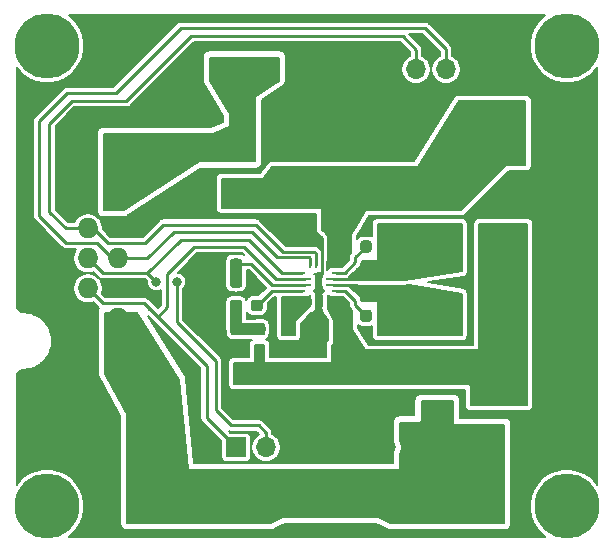
<source format=gbr>
%TF.GenerationSoftware,KiCad,Pcbnew,(5.1.6)-1*%
%TF.CreationDate,2022-04-15T15:17:14-04:00*%
%TF.ProjectId,MP28167 - Breakout,4d503238-3136-4372-902d-20427265616b,V1.0*%
%TF.SameCoordinates,Original*%
%TF.FileFunction,Copper,L1,Top*%
%TF.FilePolarity,Positive*%
%FSLAX46Y46*%
G04 Gerber Fmt 4.6, Leading zero omitted, Abs format (unit mm)*
G04 Created by KiCad (PCBNEW (5.1.6)-1) date 2022-04-15 15:17:14*
%MOMM*%
%LPD*%
G01*
G04 APERTURE LIST*
%TA.AperFunction,EtchedComponent*%
%ADD10C,0.100000*%
%TD*%
%TA.AperFunction,ComponentPad*%
%ADD11O,1.700000X1.700000*%
%TD*%
%TA.AperFunction,ComponentPad*%
%ADD12R,1.700000X1.700000*%
%TD*%
%TA.AperFunction,ComponentPad*%
%ADD13R,1.727200X1.727200*%
%TD*%
%TA.AperFunction,ComponentPad*%
%ADD14O,1.727200X1.727200*%
%TD*%
%TA.AperFunction,SMDPad,CuDef*%
%ADD15R,5.600000X3.500000*%
%TD*%
%TA.AperFunction,SMDPad,CuDef*%
%ADD16R,5.600000X3.200000*%
%TD*%
%TA.AperFunction,SMDPad,CuDef*%
%ADD17R,0.250000X1.400000*%
%TD*%
%TA.AperFunction,SMDPad,CuDef*%
%ADD18R,0.250000X1.100000*%
%TD*%
%TA.AperFunction,SMDPad,CuDef*%
%ADD19R,1.100000X0.250000*%
%TD*%
%TA.AperFunction,SMDPad,CuDef*%
%ADD20R,1.600000X0.250000*%
%TD*%
%TA.AperFunction,SMDPad,CuDef*%
%ADD21R,1.800000X0.250000*%
%TD*%
%TA.AperFunction,ComponentPad*%
%ADD22C,5.500000*%
%TD*%
%TA.AperFunction,ViaPad*%
%ADD23C,0.800000*%
%TD*%
%TA.AperFunction,ViaPad*%
%ADD24C,0.700000*%
%TD*%
%TA.AperFunction,Conductor*%
%ADD25C,0.250000*%
%TD*%
%TA.AperFunction,Conductor*%
%ADD26C,1.000000*%
%TD*%
%TA.AperFunction,Conductor*%
%ADD27C,0.200000*%
%TD*%
G04 APERTURE END LIST*
D10*
%TO.C,U1*%
G36*
X95875001Y-111700000D02*
G01*
X95625001Y-111700000D01*
X95625001Y-112500000D01*
X95725001Y-112500000D01*
X95875001Y-112350000D01*
X95875001Y-111700000D01*
G37*
X95875001Y-111700000D02*
X95625001Y-111700000D01*
X95625001Y-112500000D01*
X95725001Y-112500000D01*
X95875001Y-112350000D01*
X95875001Y-111700000D01*
%TD*%
%TO.P,C3,1*%
%TO.N,/BB_OC*%
%TA.AperFunction,SMDPad,CuDef*%
G36*
G01*
X88525000Y-111762500D02*
X88525000Y-112237500D01*
G75*
G02*
X88287500Y-112475000I-237500J0D01*
G01*
X87712500Y-112475000D01*
G75*
G02*
X87475000Y-112237500I0J237500D01*
G01*
X87475000Y-111762500D01*
G75*
G02*
X87712500Y-111525000I237500J0D01*
G01*
X88287500Y-111525000D01*
G75*
G02*
X88525000Y-111762500I0J-237500D01*
G01*
G37*
%TD.AperFunction*%
%TO.P,C3,2*%
%TO.N,GNDREF*%
%TA.AperFunction,SMDPad,CuDef*%
G36*
G01*
X86775000Y-111762500D02*
X86775000Y-112237500D01*
G75*
G02*
X86537500Y-112475000I-237500J0D01*
G01*
X85962500Y-112475000D01*
G75*
G02*
X85725000Y-112237500I0J237500D01*
G01*
X85725000Y-111762500D01*
G75*
G02*
X85962500Y-111525000I237500J0D01*
G01*
X86537500Y-111525000D01*
G75*
G02*
X86775000Y-111762500I0J-237500D01*
G01*
G37*
%TD.AperFunction*%
%TD*%
%TO.P,R1,1*%
%TO.N,/BB_OC*%
%TA.AperFunction,SMDPad,CuDef*%
G36*
G01*
X88525000Y-113262500D02*
X88525000Y-113737500D01*
G75*
G02*
X88287500Y-113975000I-237500J0D01*
G01*
X87712500Y-113975000D01*
G75*
G02*
X87475000Y-113737500I0J237500D01*
G01*
X87475000Y-113262500D01*
G75*
G02*
X87712500Y-113025000I237500J0D01*
G01*
X88287500Y-113025000D01*
G75*
G02*
X88525000Y-113262500I0J-237500D01*
G01*
G37*
%TD.AperFunction*%
%TO.P,R1,2*%
%TO.N,GNDREF*%
%TA.AperFunction,SMDPad,CuDef*%
G36*
G01*
X86775000Y-113262500D02*
X86775000Y-113737500D01*
G75*
G02*
X86537500Y-113975000I-237500J0D01*
G01*
X85962500Y-113975000D01*
G75*
G02*
X85725000Y-113737500I0J237500D01*
G01*
X85725000Y-113262500D01*
G75*
G02*
X85962500Y-113025000I237500J0D01*
G01*
X86537500Y-113025000D01*
G75*
G02*
X86775000Y-113262500I0J-237500D01*
G01*
G37*
%TD.AperFunction*%
%TD*%
%TO.P,R2,1*%
%TO.N,Net-(R2-Pad1)*%
%TA.AperFunction,SMDPad,CuDef*%
G36*
G01*
X90275000Y-115262500D02*
X90275000Y-115737500D01*
G75*
G02*
X90037500Y-115975000I-237500J0D01*
G01*
X89462500Y-115975000D01*
G75*
G02*
X89225000Y-115737500I0J237500D01*
G01*
X89225000Y-115262500D01*
G75*
G02*
X89462500Y-115025000I237500J0D01*
G01*
X90037500Y-115025000D01*
G75*
G02*
X90275000Y-115262500I0J-237500D01*
G01*
G37*
%TD.AperFunction*%
%TO.P,R2,2*%
%TO.N,/BB_FB*%
%TA.AperFunction,SMDPad,CuDef*%
G36*
G01*
X88525000Y-115262500D02*
X88525000Y-115737500D01*
G75*
G02*
X88287500Y-115975000I-237500J0D01*
G01*
X87712500Y-115975000D01*
G75*
G02*
X87475000Y-115737500I0J237500D01*
G01*
X87475000Y-115262500D01*
G75*
G02*
X87712500Y-115025000I237500J0D01*
G01*
X88287500Y-115025000D01*
G75*
G02*
X88525000Y-115262500I0J-237500D01*
G01*
G37*
%TD.AperFunction*%
%TD*%
%TO.P,C7,2*%
%TO.N,GNDREF*%
%TA.AperFunction,SMDPad,CuDef*%
G36*
G01*
X94450001Y-103025000D02*
X93549999Y-103025000D01*
G75*
G02*
X93300000Y-102775001I0J249999D01*
G01*
X93300000Y-102124999D01*
G75*
G02*
X93549999Y-101875000I249999J0D01*
G01*
X94450001Y-101875000D01*
G75*
G02*
X94700000Y-102124999I0J-249999D01*
G01*
X94700000Y-102775001D01*
G75*
G02*
X94450001Y-103025000I-249999J0D01*
G01*
G37*
%TD.AperFunction*%
%TO.P,C7,1*%
%TO.N,/BB_VIN_FILT*%
%TA.AperFunction,SMDPad,CuDef*%
G36*
G01*
X94450001Y-105075000D02*
X93549999Y-105075000D01*
G75*
G02*
X93300000Y-104825001I0J249999D01*
G01*
X93300000Y-104174999D01*
G75*
G02*
X93549999Y-103925000I249999J0D01*
G01*
X94450001Y-103925000D01*
G75*
G02*
X94700000Y-104174999I0J-249999D01*
G01*
X94700000Y-104825001D01*
G75*
G02*
X94450001Y-105075000I-249999J0D01*
G01*
G37*
%TD.AperFunction*%
%TD*%
%TO.P,C1,2*%
%TO.N,GNDREF*%
%TA.AperFunction,SMDPad,CuDef*%
G36*
G01*
X85450001Y-100025000D02*
X84549999Y-100025000D01*
G75*
G02*
X84300000Y-99775001I0J249999D01*
G01*
X84300000Y-99124999D01*
G75*
G02*
X84549999Y-98875000I249999J0D01*
G01*
X85450001Y-98875000D01*
G75*
G02*
X85700000Y-99124999I0J-249999D01*
G01*
X85700000Y-99775001D01*
G75*
G02*
X85450001Y-100025000I-249999J0D01*
G01*
G37*
%TD.AperFunction*%
%TO.P,C1,1*%
%TO.N,BB_VIN*%
%TA.AperFunction,SMDPad,CuDef*%
G36*
G01*
X85450001Y-102075000D02*
X84549999Y-102075000D01*
G75*
G02*
X84300000Y-101825001I0J249999D01*
G01*
X84300000Y-101174999D01*
G75*
G02*
X84549999Y-100925000I249999J0D01*
G01*
X85450001Y-100925000D01*
G75*
G02*
X85700000Y-101174999I0J-249999D01*
G01*
X85700000Y-101825001D01*
G75*
G02*
X85450001Y-102075000I-249999J0D01*
G01*
G37*
%TD.AperFunction*%
%TD*%
%TO.P,C2,1*%
%TO.N,/BB_VIN_FILT*%
%TA.AperFunction,SMDPad,CuDef*%
G36*
G01*
X97450001Y-105075000D02*
X96549999Y-105075000D01*
G75*
G02*
X96300000Y-104825001I0J249999D01*
G01*
X96300000Y-104174999D01*
G75*
G02*
X96549999Y-103925000I249999J0D01*
G01*
X97450001Y-103925000D01*
G75*
G02*
X97700000Y-104174999I0J-249999D01*
G01*
X97700000Y-104825001D01*
G75*
G02*
X97450001Y-105075000I-249999J0D01*
G01*
G37*
%TD.AperFunction*%
%TO.P,C2,2*%
%TO.N,GNDREF*%
%TA.AperFunction,SMDPad,CuDef*%
G36*
G01*
X97450001Y-103025000D02*
X96549999Y-103025000D01*
G75*
G02*
X96300000Y-102775001I0J249999D01*
G01*
X96300000Y-102124999D01*
G75*
G02*
X96549999Y-101875000I249999J0D01*
G01*
X97450001Y-101875000D01*
G75*
G02*
X97700000Y-102124999I0J-249999D01*
G01*
X97700000Y-102775001D01*
G75*
G02*
X97450001Y-103025000I-249999J0D01*
G01*
G37*
%TD.AperFunction*%
%TD*%
%TO.P,C4,2*%
%TO.N,GNDREF*%
%TA.AperFunction,SMDPad,CuDef*%
G36*
G01*
X101450001Y-103025000D02*
X100549999Y-103025000D01*
G75*
G02*
X100300000Y-102775001I0J249999D01*
G01*
X100300000Y-102124999D01*
G75*
G02*
X100549999Y-101875000I249999J0D01*
G01*
X101450001Y-101875000D01*
G75*
G02*
X101700000Y-102124999I0J-249999D01*
G01*
X101700000Y-102775001D01*
G75*
G02*
X101450001Y-103025000I-249999J0D01*
G01*
G37*
%TD.AperFunction*%
%TO.P,C4,1*%
%TO.N,/BB_VIN_FILT*%
%TA.AperFunction,SMDPad,CuDef*%
G36*
G01*
X101450001Y-105075000D02*
X100549999Y-105075000D01*
G75*
G02*
X100300000Y-104825001I0J249999D01*
G01*
X100300000Y-104174999D01*
G75*
G02*
X100549999Y-103925000I249999J0D01*
G01*
X101450001Y-103925000D01*
G75*
G02*
X101700000Y-104174999I0J-249999D01*
G01*
X101700000Y-104825001D01*
G75*
G02*
X101450001Y-105075000I-249999J0D01*
G01*
G37*
%TD.AperFunction*%
%TD*%
%TO.P,C5,2*%
%TO.N,GNDREF*%
%TA.AperFunction,SMDPad,CuDef*%
G36*
G01*
X114050000Y-101050000D02*
X114050000Y-99950000D01*
G75*
G02*
X114300000Y-99700000I250000J0D01*
G01*
X117300000Y-99700000D01*
G75*
G02*
X117550000Y-99950000I0J-250000D01*
G01*
X117550000Y-101050000D01*
G75*
G02*
X117300000Y-101300000I-250000J0D01*
G01*
X114300000Y-101300000D01*
G75*
G02*
X114050000Y-101050000I0J250000D01*
G01*
G37*
%TD.AperFunction*%
%TO.P,C5,1*%
%TO.N,/BB_VIN_FILT*%
%TA.AperFunction,SMDPad,CuDef*%
G36*
G01*
X108450000Y-101050000D02*
X108450000Y-99950000D01*
G75*
G02*
X108700000Y-99700000I250000J0D01*
G01*
X111700000Y-99700000D01*
G75*
G02*
X111950000Y-99950000I0J-250000D01*
G01*
X111950000Y-101050000D01*
G75*
G02*
X111700000Y-101300000I-250000J0D01*
G01*
X108700000Y-101300000D01*
G75*
G02*
X108450000Y-101050000I0J250000D01*
G01*
G37*
%TD.AperFunction*%
%TD*%
%TO.P,C6,1*%
%TO.N,/BB_VCC*%
%TA.AperFunction,SMDPad,CuDef*%
G36*
G01*
X92262500Y-116975000D02*
X92737500Y-116975000D01*
G75*
G02*
X92975000Y-117212500I0J-237500D01*
G01*
X92975000Y-117787500D01*
G75*
G02*
X92737500Y-118025000I-237500J0D01*
G01*
X92262500Y-118025000D01*
G75*
G02*
X92025000Y-117787500I0J237500D01*
G01*
X92025000Y-117212500D01*
G75*
G02*
X92262500Y-116975000I237500J0D01*
G01*
G37*
%TD.AperFunction*%
%TO.P,C6,2*%
%TO.N,GNDREF*%
%TA.AperFunction,SMDPad,CuDef*%
G36*
G01*
X92262500Y-118725000D02*
X92737500Y-118725000D01*
G75*
G02*
X92975000Y-118962500I0J-237500D01*
G01*
X92975000Y-119537500D01*
G75*
G02*
X92737500Y-119775000I-237500J0D01*
G01*
X92262500Y-119775000D01*
G75*
G02*
X92025000Y-119537500I0J237500D01*
G01*
X92025000Y-118962500D01*
G75*
G02*
X92262500Y-118725000I237500J0D01*
G01*
G37*
%TD.AperFunction*%
%TD*%
%TO.P,C8,2*%
%TO.N,GNDREF*%
%TA.AperFunction,SMDPad,CuDef*%
G36*
G01*
X94525000Y-108049999D02*
X94525000Y-108950001D01*
G75*
G02*
X94275001Y-109200000I-249999J0D01*
G01*
X93624999Y-109200000D01*
G75*
G02*
X93375000Y-108950001I0J249999D01*
G01*
X93375000Y-108049999D01*
G75*
G02*
X93624999Y-107800000I249999J0D01*
G01*
X94275001Y-107800000D01*
G75*
G02*
X94525000Y-108049999I0J-249999D01*
G01*
G37*
%TD.AperFunction*%
%TO.P,C8,1*%
%TO.N,/BB_VIN_FILT*%
%TA.AperFunction,SMDPad,CuDef*%
G36*
G01*
X96575000Y-108049999D02*
X96575000Y-108950001D01*
G75*
G02*
X96325001Y-109200000I-249999J0D01*
G01*
X95674999Y-109200000D01*
G75*
G02*
X95425000Y-108950001I0J249999D01*
G01*
X95425000Y-108049999D01*
G75*
G02*
X95674999Y-107800000I249999J0D01*
G01*
X96325001Y-107800000D01*
G75*
G02*
X96575000Y-108049999I0J-249999D01*
G01*
G37*
%TD.AperFunction*%
%TD*%
%TO.P,C9,1*%
%TO.N,/BB_VIN_FILT*%
%TA.AperFunction,SMDPad,CuDef*%
G36*
G01*
X99450001Y-105075000D02*
X98549999Y-105075000D01*
G75*
G02*
X98300000Y-104825001I0J249999D01*
G01*
X98300000Y-104174999D01*
G75*
G02*
X98549999Y-103925000I249999J0D01*
G01*
X99450001Y-103925000D01*
G75*
G02*
X99700000Y-104174999I0J-249999D01*
G01*
X99700000Y-104825001D01*
G75*
G02*
X99450001Y-105075000I-249999J0D01*
G01*
G37*
%TD.AperFunction*%
%TO.P,C9,2*%
%TO.N,GNDREF*%
%TA.AperFunction,SMDPad,CuDef*%
G36*
G01*
X99450001Y-103025000D02*
X98549999Y-103025000D01*
G75*
G02*
X98300000Y-102775001I0J249999D01*
G01*
X98300000Y-102124999D01*
G75*
G02*
X98549999Y-101875000I249999J0D01*
G01*
X99450001Y-101875000D01*
G75*
G02*
X99700000Y-102124999I0J-249999D01*
G01*
X99700000Y-102775001D01*
G75*
G02*
X99450001Y-103025000I-249999J0D01*
G01*
G37*
%TD.AperFunction*%
%TD*%
%TO.P,C10,2*%
%TO.N,Net-(C10-Pad2)*%
%TA.AperFunction,SMDPad,CuDef*%
G36*
G01*
X99237500Y-111025000D02*
X98762500Y-111025000D01*
G75*
G02*
X98525000Y-110787500I0J237500D01*
G01*
X98525000Y-110212500D01*
G75*
G02*
X98762500Y-109975000I237500J0D01*
G01*
X99237500Y-109975000D01*
G75*
G02*
X99475000Y-110212500I0J-237500D01*
G01*
X99475000Y-110787500D01*
G75*
G02*
X99237500Y-111025000I-237500J0D01*
G01*
G37*
%TD.AperFunction*%
%TO.P,C10,1*%
%TO.N,/BB_SW1*%
%TA.AperFunction,SMDPad,CuDef*%
G36*
G01*
X99237500Y-112775000D02*
X98762500Y-112775000D01*
G75*
G02*
X98525000Y-112537500I0J237500D01*
G01*
X98525000Y-111962500D01*
G75*
G02*
X98762500Y-111725000I237500J0D01*
G01*
X99237500Y-111725000D01*
G75*
G02*
X99475000Y-111962500I0J-237500D01*
G01*
X99475000Y-112537500D01*
G75*
G02*
X99237500Y-112775000I-237500J0D01*
G01*
G37*
%TD.AperFunction*%
%TD*%
%TO.P,C11,1*%
%TO.N,/BB_SW2*%
%TA.AperFunction,SMDPad,CuDef*%
G36*
G01*
X98762500Y-114100000D02*
X99237500Y-114100000D01*
G75*
G02*
X99475000Y-114337500I0J-237500D01*
G01*
X99475000Y-114912500D01*
G75*
G02*
X99237500Y-115150000I-237500J0D01*
G01*
X98762500Y-115150000D01*
G75*
G02*
X98525000Y-114912500I0J237500D01*
G01*
X98525000Y-114337500D01*
G75*
G02*
X98762500Y-114100000I237500J0D01*
G01*
G37*
%TD.AperFunction*%
%TO.P,C11,2*%
%TO.N,Net-(C11-Pad2)*%
%TA.AperFunction,SMDPad,CuDef*%
G36*
G01*
X98762500Y-115850000D02*
X99237500Y-115850000D01*
G75*
G02*
X99475000Y-116087500I0J-237500D01*
G01*
X99475000Y-116662500D01*
G75*
G02*
X99237500Y-116900000I-237500J0D01*
G01*
X98762500Y-116900000D01*
G75*
G02*
X98525000Y-116662500I0J237500D01*
G01*
X98525000Y-116087500D01*
G75*
G02*
X98762500Y-115850000I237500J0D01*
G01*
G37*
%TD.AperFunction*%
%TD*%
%TO.P,C12,1*%
%TO.N,/BB_VIN_FILT*%
%TA.AperFunction,SMDPad,CuDef*%
G36*
G01*
X92450001Y-105075000D02*
X91549999Y-105075000D01*
G75*
G02*
X91300000Y-104825001I0J249999D01*
G01*
X91300000Y-104174999D01*
G75*
G02*
X91549999Y-103925000I249999J0D01*
G01*
X92450001Y-103925000D01*
G75*
G02*
X92700000Y-104174999I0J-249999D01*
G01*
X92700000Y-104825001D01*
G75*
G02*
X92450001Y-105075000I-249999J0D01*
G01*
G37*
%TD.AperFunction*%
%TO.P,C12,2*%
%TO.N,GNDREF*%
%TA.AperFunction,SMDPad,CuDef*%
G36*
G01*
X92450001Y-103025000D02*
X91549999Y-103025000D01*
G75*
G02*
X91300000Y-102775001I0J249999D01*
G01*
X91300000Y-102124999D01*
G75*
G02*
X91549999Y-101875000I249999J0D01*
G01*
X92450001Y-101875000D01*
G75*
G02*
X92700000Y-102124999I0J-249999D01*
G01*
X92700000Y-102775001D01*
G75*
G02*
X92450001Y-103025000I-249999J0D01*
G01*
G37*
%TD.AperFunction*%
%TD*%
%TO.P,C13,1*%
%TO.N,/BB_VOUT_FILT*%
%TA.AperFunction,SMDPad,CuDef*%
G36*
G01*
X97675000Y-117249999D02*
X97675000Y-118150001D01*
G75*
G02*
X97425001Y-118400000I-249999J0D01*
G01*
X96774999Y-118400000D01*
G75*
G02*
X96525000Y-118150001I0J249999D01*
G01*
X96525000Y-117249999D01*
G75*
G02*
X96774999Y-117000000I249999J0D01*
G01*
X97425001Y-117000000D01*
G75*
G02*
X97675000Y-117249999I0J-249999D01*
G01*
G37*
%TD.AperFunction*%
%TO.P,C13,2*%
%TO.N,GNDREF*%
%TA.AperFunction,SMDPad,CuDef*%
G36*
G01*
X95625000Y-117249999D02*
X95625000Y-118150001D01*
G75*
G02*
X95375001Y-118400000I-249999J0D01*
G01*
X94724999Y-118400000D01*
G75*
G02*
X94475000Y-118150001I0J249999D01*
G01*
X94475000Y-117249999D01*
G75*
G02*
X94724999Y-117000000I249999J0D01*
G01*
X95375001Y-117000000D01*
G75*
G02*
X95625000Y-117249999I0J-249999D01*
G01*
G37*
%TD.AperFunction*%
%TD*%
%TO.P,C14,2*%
%TO.N,GNDREF*%
%TA.AperFunction,SMDPad,CuDef*%
G36*
G01*
X93549999Y-122975000D02*
X94450001Y-122975000D01*
G75*
G02*
X94700000Y-123224999I0J-249999D01*
G01*
X94700000Y-123875001D01*
G75*
G02*
X94450001Y-124125000I-249999J0D01*
G01*
X93549999Y-124125000D01*
G75*
G02*
X93300000Y-123875001I0J249999D01*
G01*
X93300000Y-123224999D01*
G75*
G02*
X93549999Y-122975000I249999J0D01*
G01*
G37*
%TD.AperFunction*%
%TO.P,C14,1*%
%TO.N,/BB_VOUT_FILT*%
%TA.AperFunction,SMDPad,CuDef*%
G36*
G01*
X93549999Y-120925000D02*
X94450001Y-120925000D01*
G75*
G02*
X94700000Y-121174999I0J-249999D01*
G01*
X94700000Y-121825001D01*
G75*
G02*
X94450001Y-122075000I-249999J0D01*
G01*
X93549999Y-122075000D01*
G75*
G02*
X93300000Y-121825001I0J249999D01*
G01*
X93300000Y-121174999D01*
G75*
G02*
X93549999Y-120925000I249999J0D01*
G01*
G37*
%TD.AperFunction*%
%TD*%
%TO.P,C15,1*%
%TO.N,/BB_VOUT_FILT*%
%TA.AperFunction,SMDPad,CuDef*%
G36*
G01*
X99299999Y-120925000D02*
X100200001Y-120925000D01*
G75*
G02*
X100450000Y-121174999I0J-249999D01*
G01*
X100450000Y-121825001D01*
G75*
G02*
X100200001Y-122075000I-249999J0D01*
G01*
X99299999Y-122075000D01*
G75*
G02*
X99050000Y-121825001I0J249999D01*
G01*
X99050000Y-121174999D01*
G75*
G02*
X99299999Y-120925000I249999J0D01*
G01*
G37*
%TD.AperFunction*%
%TO.P,C15,2*%
%TO.N,GNDREF*%
%TA.AperFunction,SMDPad,CuDef*%
G36*
G01*
X99299999Y-122975000D02*
X100200001Y-122975000D01*
G75*
G02*
X100450000Y-123224999I0J-249999D01*
G01*
X100450000Y-123875001D01*
G75*
G02*
X100200001Y-124125000I-249999J0D01*
G01*
X99299999Y-124125000D01*
G75*
G02*
X99050000Y-123875001I0J249999D01*
G01*
X99050000Y-123224999D01*
G75*
G02*
X99299999Y-122975000I249999J0D01*
G01*
G37*
%TD.AperFunction*%
%TD*%
%TO.P,C16,2*%
%TO.N,GNDREF*%
%TA.AperFunction,SMDPad,CuDef*%
G36*
G01*
X88549999Y-122975000D02*
X89450001Y-122975000D01*
G75*
G02*
X89700000Y-123224999I0J-249999D01*
G01*
X89700000Y-123875001D01*
G75*
G02*
X89450001Y-124125000I-249999J0D01*
G01*
X88549999Y-124125000D01*
G75*
G02*
X88300000Y-123875001I0J249999D01*
G01*
X88300000Y-123224999D01*
G75*
G02*
X88549999Y-122975000I249999J0D01*
G01*
G37*
%TD.AperFunction*%
%TO.P,C16,1*%
%TO.N,/BB_VOUT_FILT*%
%TA.AperFunction,SMDPad,CuDef*%
G36*
G01*
X88549999Y-120925000D02*
X89450001Y-120925000D01*
G75*
G02*
X89700000Y-121174999I0J-249999D01*
G01*
X89700000Y-121825001D01*
G75*
G02*
X89450001Y-122075000I-249999J0D01*
G01*
X88549999Y-122075000D01*
G75*
G02*
X88300000Y-121825001I0J249999D01*
G01*
X88300000Y-121174999D01*
G75*
G02*
X88549999Y-120925000I249999J0D01*
G01*
G37*
%TD.AperFunction*%
%TD*%
%TO.P,C17,1*%
%TO.N,/BB_VOUT_FILT*%
%TA.AperFunction,SMDPad,CuDef*%
G36*
G01*
X108450000Y-111050000D02*
X108450000Y-109950000D01*
G75*
G02*
X108700000Y-109700000I250000J0D01*
G01*
X111700000Y-109700000D01*
G75*
G02*
X111950000Y-109950000I0J-250000D01*
G01*
X111950000Y-111050000D01*
G75*
G02*
X111700000Y-111300000I-250000J0D01*
G01*
X108700000Y-111300000D01*
G75*
G02*
X108450000Y-111050000I0J250000D01*
G01*
G37*
%TD.AperFunction*%
%TO.P,C17,2*%
%TO.N,GNDREF*%
%TA.AperFunction,SMDPad,CuDef*%
G36*
G01*
X114050000Y-111050000D02*
X114050000Y-109950000D01*
G75*
G02*
X114300000Y-109700000I250000J0D01*
G01*
X117300000Y-109700000D01*
G75*
G02*
X117550000Y-109950000I0J-250000D01*
G01*
X117550000Y-111050000D01*
G75*
G02*
X117300000Y-111300000I-250000J0D01*
G01*
X114300000Y-111300000D01*
G75*
G02*
X114050000Y-111050000I0J250000D01*
G01*
G37*
%TD.AperFunction*%
%TD*%
%TO.P,C18,1*%
%TO.N,/BB_VOUT_FILT*%
%TA.AperFunction,SMDPad,CuDef*%
G36*
G01*
X95799999Y-120925000D02*
X96700001Y-120925000D01*
G75*
G02*
X96950000Y-121174999I0J-249999D01*
G01*
X96950000Y-121825001D01*
G75*
G02*
X96700001Y-122075000I-249999J0D01*
G01*
X95799999Y-122075000D01*
G75*
G02*
X95550000Y-121825001I0J249999D01*
G01*
X95550000Y-121174999D01*
G75*
G02*
X95799999Y-120925000I249999J0D01*
G01*
G37*
%TD.AperFunction*%
%TO.P,C18,2*%
%TO.N,GNDREF*%
%TA.AperFunction,SMDPad,CuDef*%
G36*
G01*
X95799999Y-122975000D02*
X96700001Y-122975000D01*
G75*
G02*
X96950000Y-123224999I0J-249999D01*
G01*
X96950000Y-123875001D01*
G75*
G02*
X96700001Y-124125000I-249999J0D01*
G01*
X95799999Y-124125000D01*
G75*
G02*
X95550000Y-123875001I0J249999D01*
G01*
X95550000Y-123224999D01*
G75*
G02*
X95799999Y-122975000I249999J0D01*
G01*
G37*
%TD.AperFunction*%
%TD*%
%TO.P,C19,1*%
%TO.N,/BB_VOUT_FILT*%
%TA.AperFunction,SMDPad,CuDef*%
G36*
G01*
X108450000Y-121050000D02*
X108450000Y-119950000D01*
G75*
G02*
X108700000Y-119700000I250000J0D01*
G01*
X111700000Y-119700000D01*
G75*
G02*
X111950000Y-119950000I0J-250000D01*
G01*
X111950000Y-121050000D01*
G75*
G02*
X111700000Y-121300000I-250000J0D01*
G01*
X108700000Y-121300000D01*
G75*
G02*
X108450000Y-121050000I0J250000D01*
G01*
G37*
%TD.AperFunction*%
%TO.P,C19,2*%
%TO.N,GNDREF*%
%TA.AperFunction,SMDPad,CuDef*%
G36*
G01*
X114050000Y-121050000D02*
X114050000Y-119950000D01*
G75*
G02*
X114300000Y-119700000I250000J0D01*
G01*
X117300000Y-119700000D01*
G75*
G02*
X117550000Y-119950000I0J-250000D01*
G01*
X117550000Y-121050000D01*
G75*
G02*
X117300000Y-121300000I-250000J0D01*
G01*
X114300000Y-121300000D01*
G75*
G02*
X114050000Y-121050000I0J250000D01*
G01*
G37*
%TD.AperFunction*%
%TD*%
%TO.P,C20,2*%
%TO.N,GNDREF*%
%TA.AperFunction,SMDPad,CuDef*%
G36*
G01*
X101549999Y-122975000D02*
X102450001Y-122975000D01*
G75*
G02*
X102700000Y-123224999I0J-249999D01*
G01*
X102700000Y-123875001D01*
G75*
G02*
X102450001Y-124125000I-249999J0D01*
G01*
X101549999Y-124125000D01*
G75*
G02*
X101300000Y-123875001I0J249999D01*
G01*
X101300000Y-123224999D01*
G75*
G02*
X101549999Y-122975000I249999J0D01*
G01*
G37*
%TD.AperFunction*%
%TO.P,C20,1*%
%TO.N,/BB_VOUT_FILT*%
%TA.AperFunction,SMDPad,CuDef*%
G36*
G01*
X101549999Y-120925000D02*
X102450001Y-120925000D01*
G75*
G02*
X102700000Y-121174999I0J-249999D01*
G01*
X102700000Y-121825001D01*
G75*
G02*
X102450001Y-122075000I-249999J0D01*
G01*
X101549999Y-122075000D01*
G75*
G02*
X101300000Y-121825001I0J249999D01*
G01*
X101300000Y-121174999D01*
G75*
G02*
X101549999Y-120925000I249999J0D01*
G01*
G37*
%TD.AperFunction*%
%TD*%
%TO.P,C21,1*%
%TO.N,BB_VOUT*%
%TA.AperFunction,SMDPad,CuDef*%
G36*
G01*
X80200000Y-127049999D02*
X80200000Y-127950001D01*
G75*
G02*
X79950001Y-128200000I-249999J0D01*
G01*
X79299999Y-128200000D01*
G75*
G02*
X79050000Y-127950001I0J249999D01*
G01*
X79050000Y-127049999D01*
G75*
G02*
X79299999Y-126800000I249999J0D01*
G01*
X79950001Y-126800000D01*
G75*
G02*
X80200000Y-127049999I0J-249999D01*
G01*
G37*
%TD.AperFunction*%
%TO.P,C21,2*%
%TO.N,GNDREF*%
%TA.AperFunction,SMDPad,CuDef*%
G36*
G01*
X78150000Y-127049999D02*
X78150000Y-127950001D01*
G75*
G02*
X77900001Y-128200000I-249999J0D01*
G01*
X77249999Y-128200000D01*
G75*
G02*
X77000000Y-127950001I0J249999D01*
G01*
X77000000Y-127049999D01*
G75*
G02*
X77249999Y-126800000I249999J0D01*
G01*
X77900001Y-126800000D01*
G75*
G02*
X78150000Y-127049999I0J-249999D01*
G01*
G37*
%TD.AperFunction*%
%TD*%
%TO.P,FB1,2*%
%TO.N,BB_VIN*%
%TA.AperFunction,SMDPad,CuDef*%
G36*
G01*
X89225000Y-103237500D02*
X87975000Y-103237500D01*
G75*
G02*
X87725000Y-102987500I0J250000D01*
G01*
X87725000Y-102062500D01*
G75*
G02*
X87975000Y-101812500I250000J0D01*
G01*
X89225000Y-101812500D01*
G75*
G02*
X89475000Y-102062500I0J-250000D01*
G01*
X89475000Y-102987500D01*
G75*
G02*
X89225000Y-103237500I-250000J0D01*
G01*
G37*
%TD.AperFunction*%
%TO.P,FB1,1*%
%TO.N,/BB_VIN_FILT*%
%TA.AperFunction,SMDPad,CuDef*%
G36*
G01*
X89225000Y-106212500D02*
X87975000Y-106212500D01*
G75*
G02*
X87725000Y-105962500I0J250000D01*
G01*
X87725000Y-105037500D01*
G75*
G02*
X87975000Y-104787500I250000J0D01*
G01*
X89225000Y-104787500D01*
G75*
G02*
X89475000Y-105037500I0J-250000D01*
G01*
X89475000Y-105962500D01*
G75*
G02*
X89225000Y-106212500I-250000J0D01*
G01*
G37*
%TD.AperFunction*%
%TD*%
%TO.P,FB2,1*%
%TO.N,BB_VOUT*%
%TA.AperFunction,SMDPad,CuDef*%
G36*
G01*
X105625000Y-125187500D02*
X104375000Y-125187500D01*
G75*
G02*
X104125000Y-124937500I0J250000D01*
G01*
X104125000Y-124012500D01*
G75*
G02*
X104375000Y-123762500I250000J0D01*
G01*
X105625000Y-123762500D01*
G75*
G02*
X105875000Y-124012500I0J-250000D01*
G01*
X105875000Y-124937500D01*
G75*
G02*
X105625000Y-125187500I-250000J0D01*
G01*
G37*
%TD.AperFunction*%
%TO.P,FB2,2*%
%TO.N,/BB_VOUT_FILT*%
%TA.AperFunction,SMDPad,CuDef*%
G36*
G01*
X105625000Y-122212500D02*
X104375000Y-122212500D01*
G75*
G02*
X104125000Y-121962500I0J250000D01*
G01*
X104125000Y-121037500D01*
G75*
G02*
X104375000Y-120787500I250000J0D01*
G01*
X105625000Y-120787500D01*
G75*
G02*
X105875000Y-121037500I0J-250000D01*
G01*
X105875000Y-121962500D01*
G75*
G02*
X105625000Y-122212500I-250000J0D01*
G01*
G37*
%TD.AperFunction*%
%TD*%
D11*
%TO.P,J1,8*%
%TO.N,BB_VOUT*%
X105780000Y-127500000D03*
%TO.P,J1,7*%
X103240000Y-127500000D03*
%TO.P,J1,6*%
%TO.N,GNDREF*%
X100700000Y-127500000D03*
%TO.P,J1,5*%
X98160000Y-127500000D03*
%TO.P,J1,4*%
X95620000Y-127500000D03*
%TO.P,J1,3*%
X93080000Y-127500000D03*
%TO.P,J1,2*%
%TO.N,I2C0_SCL*%
X90540000Y-127500000D03*
D12*
%TO.P,J1,1*%
%TO.N,I2C0_SDA*%
X88000000Y-127500000D03*
%TD*%
%TO.P,J2,1*%
%TO.N,BB_VIN*%
X88000000Y-95500000D03*
D11*
%TO.P,J2,2*%
X90540000Y-95500000D03*
%TO.P,J2,3*%
%TO.N,GNDREF*%
X93080000Y-95500000D03*
%TO.P,J2,4*%
X95620000Y-95500000D03*
%TO.P,J2,5*%
X98160000Y-95500000D03*
%TO.P,J2,6*%
X100700000Y-95500000D03*
%TO.P,J2,7*%
%TO.N,MPS_EN*%
X103240000Y-95500000D03*
%TO.P,J2,8*%
%TO.N,ALERT_MPS*%
X105780000Y-95500000D03*
%TD*%
D13*
%TO.P,J4,1*%
%TO.N,BB_VIN*%
X78000000Y-103880000D03*
D14*
%TO.P,J4,2*%
%TO.N,GNDREF*%
X75460000Y-103880000D03*
%TO.P,J4,3*%
%TO.N,BB_VIN*%
X78000000Y-106420000D03*
%TO.P,J4,4*%
%TO.N,GNDREF*%
X75460000Y-106420000D03*
%TO.P,J4,5*%
X78000000Y-108960000D03*
%TO.P,J4,6*%
%TO.N,MPS_EN*%
X75460000Y-108960000D03*
%TO.P,J4,7*%
%TO.N,ALERT_MPS*%
X78000000Y-111500000D03*
%TO.P,J4,8*%
%TO.N,I2C0_SCL*%
X75460000Y-111500000D03*
%TO.P,J4,9*%
%TO.N,GNDREF*%
X78000000Y-114040000D03*
%TO.P,J4,10*%
%TO.N,I2C0_SDA*%
X75460000Y-114040000D03*
%TO.P,J4,11*%
%TO.N,BB_VOUT*%
X78000000Y-116580000D03*
%TO.P,J4,12*%
%TO.N,GNDREF*%
X75460000Y-116580000D03*
%TO.P,J4,13*%
%TO.N,BB_VOUT*%
X78000000Y-119120000D03*
%TO.P,J4,14*%
%TO.N,GNDREF*%
X75460000Y-119120000D03*
%TD*%
D15*
%TO.P,L1,1*%
%TO.N,/BB_SW1*%
X104000000Y-110579000D03*
D16*
%TO.P,L1,2*%
%TO.N,/BB_SW2*%
X104000000Y-116421000D03*
%TD*%
%TO.P,R3,2*%
%TO.N,GNDREF*%
%TA.AperFunction,SMDPad,CuDef*%
G36*
G01*
X87762500Y-118725000D02*
X88237500Y-118725000D01*
G75*
G02*
X88475000Y-118962500I0J-237500D01*
G01*
X88475000Y-119537500D01*
G75*
G02*
X88237500Y-119775000I-237500J0D01*
G01*
X87762500Y-119775000D01*
G75*
G02*
X87525000Y-119537500I0J237500D01*
G01*
X87525000Y-118962500D01*
G75*
G02*
X87762500Y-118725000I237500J0D01*
G01*
G37*
%TD.AperFunction*%
%TO.P,R3,1*%
%TO.N,/BB_FB*%
%TA.AperFunction,SMDPad,CuDef*%
G36*
G01*
X87762500Y-116975000D02*
X88237500Y-116975000D01*
G75*
G02*
X88475000Y-117212500I0J-237500D01*
G01*
X88475000Y-117787500D01*
G75*
G02*
X88237500Y-118025000I-237500J0D01*
G01*
X87762500Y-118025000D01*
G75*
G02*
X87525000Y-117787500I0J237500D01*
G01*
X87525000Y-117212500D01*
G75*
G02*
X87762500Y-116975000I237500J0D01*
G01*
G37*
%TD.AperFunction*%
%TD*%
%TO.P,R4,1*%
%TO.N,/BB_FB*%
%TA.AperFunction,SMDPad,CuDef*%
G36*
G01*
X89762500Y-116975000D02*
X90237500Y-116975000D01*
G75*
G02*
X90475000Y-117212500I0J-237500D01*
G01*
X90475000Y-117787500D01*
G75*
G02*
X90237500Y-118025000I-237500J0D01*
G01*
X89762500Y-118025000D01*
G75*
G02*
X89525000Y-117787500I0J237500D01*
G01*
X89525000Y-117212500D01*
G75*
G02*
X89762500Y-116975000I237500J0D01*
G01*
G37*
%TD.AperFunction*%
%TO.P,R4,2*%
%TO.N,/BB_VOUT_FILT*%
%TA.AperFunction,SMDPad,CuDef*%
G36*
G01*
X89762500Y-118725000D02*
X90237500Y-118725000D01*
G75*
G02*
X90475000Y-118962500I0J-237500D01*
G01*
X90475000Y-119537500D01*
G75*
G02*
X90237500Y-119775000I-237500J0D01*
G01*
X89762500Y-119775000D01*
G75*
G02*
X89525000Y-119537500I0J237500D01*
G01*
X89525000Y-118962500D01*
G75*
G02*
X89762500Y-118725000I237500J0D01*
G01*
G37*
%TD.AperFunction*%
%TD*%
D17*
%TO.P,U1,1*%
%TO.N,/BB_VIN_FILT*%
X95750001Y-111650000D03*
D18*
%TO.P,U1,2*%
%TO.N,GNDREF*%
X95250000Y-111850000D03*
%TO.P,U1,3*%
%TO.N,MPS_EN*%
X94750000Y-111850000D03*
%TO.P,U1,4*%
%TO.N,ALERT_MPS*%
X94249999Y-111850000D03*
D19*
%TO.P,U1,5*%
%TO.N,I2C0_SCL*%
X93350000Y-112749999D03*
D20*
%TO.P,U1,6*%
%TO.N,I2C0_SDA*%
X93600000Y-113250000D03*
%TO.P,U1,7*%
%TO.N,/BB_OC*%
X93600000Y-113750000D03*
D19*
%TO.P,U1,8*%
%TO.N,Net-(R2-Pad1)*%
X93350000Y-114250001D03*
D18*
%TO.P,U1,9*%
%TO.N,/BB_VCC*%
X94249999Y-115150000D03*
%TO.P,U1,10*%
%TO.N,GNDREF*%
X94750000Y-115150000D03*
%TO.P,U1,11*%
X95250000Y-115150000D03*
%TO.P,U1,12*%
%TO.N,/BB_VOUT_FILT*%
X95750001Y-115150000D03*
D19*
%TO.P,U1,13*%
%TO.N,Net-(C11-Pad2)*%
X96650000Y-114250001D03*
D21*
%TO.P,U1,14*%
%TO.N,/BB_SW2*%
X96500000Y-113750000D03*
%TO.P,U1,15*%
%TO.N,/BB_SW1*%
X96500000Y-113250000D03*
D19*
%TO.P,U1,16*%
%TO.N,Net-(C10-Pad2)*%
X96650000Y-112749999D03*
%TD*%
%TO.P,C22,2*%
%TO.N,GNDREF*%
%TA.AperFunction,SMDPad,CuDef*%
G36*
G01*
X90475000Y-99950001D02*
X90475000Y-99049999D01*
G75*
G02*
X90724999Y-98800000I249999J0D01*
G01*
X91375001Y-98800000D01*
G75*
G02*
X91625000Y-99049999I0J-249999D01*
G01*
X91625000Y-99950001D01*
G75*
G02*
X91375001Y-100200000I-249999J0D01*
G01*
X90724999Y-100200000D01*
G75*
G02*
X90475000Y-99950001I0J249999D01*
G01*
G37*
%TD.AperFunction*%
%TO.P,C22,1*%
%TO.N,BB_VIN*%
%TA.AperFunction,SMDPad,CuDef*%
G36*
G01*
X88425000Y-99950001D02*
X88425000Y-99049999D01*
G75*
G02*
X88674999Y-98800000I249999J0D01*
G01*
X89325001Y-98800000D01*
G75*
G02*
X89575000Y-99049999I0J-249999D01*
G01*
X89575000Y-99950001D01*
G75*
G02*
X89325001Y-100200000I-249999J0D01*
G01*
X88674999Y-100200000D01*
G75*
G02*
X88425000Y-99950001I0J249999D01*
G01*
G37*
%TD.AperFunction*%
%TD*%
%TO.P,C23,1*%
%TO.N,BB_VOUT*%
%TA.AperFunction,SMDPad,CuDef*%
G36*
G01*
X109275000Y-127950001D02*
X109275000Y-127049999D01*
G75*
G02*
X109524999Y-126800000I249999J0D01*
G01*
X110175001Y-126800000D01*
G75*
G02*
X110425000Y-127049999I0J-249999D01*
G01*
X110425000Y-127950001D01*
G75*
G02*
X110175001Y-128200000I-249999J0D01*
G01*
X109524999Y-128200000D01*
G75*
G02*
X109275000Y-127950001I0J249999D01*
G01*
G37*
%TD.AperFunction*%
%TO.P,C23,2*%
%TO.N,GNDREF*%
%TA.AperFunction,SMDPad,CuDef*%
G36*
G01*
X111325000Y-127950001D02*
X111325000Y-127049999D01*
G75*
G02*
X111574999Y-126800000I249999J0D01*
G01*
X112225001Y-126800000D01*
G75*
G02*
X112475000Y-127049999I0J-249999D01*
G01*
X112475000Y-127950001D01*
G75*
G02*
X112225001Y-128200000I-249999J0D01*
G01*
X111574999Y-128200000D01*
G75*
G02*
X111325000Y-127950001I0J249999D01*
G01*
G37*
%TD.AperFunction*%
%TD*%
D22*
%TO.P,H1,1*%
%TO.N,N/C*%
X72000000Y-132500000D03*
%TD*%
%TO.P,H2,1*%
%TO.N,N/C*%
X116000000Y-93500000D03*
%TD*%
%TO.P,H3,1*%
%TO.N,N/C*%
X116000000Y-132500000D03*
%TD*%
%TO.P,H4,1*%
%TO.N,N/C*%
X72000000Y-93500000D03*
%TD*%
D23*
%TO.N,GNDREF*%
X94300000Y-109900000D03*
X93300000Y-109900000D03*
X92300000Y-109900000D03*
X92300000Y-108900000D03*
X91600000Y-108100000D03*
X90600000Y-108100000D03*
X91300000Y-109000000D03*
X95000000Y-116400000D03*
X93800000Y-117200000D03*
X93800000Y-118200000D03*
X93800000Y-119100000D03*
X95200000Y-119100000D03*
X91300000Y-119100000D03*
X86600000Y-118200000D03*
X90500000Y-123100000D03*
X91500000Y-123100000D03*
X92500000Y-123100000D03*
X98000000Y-123100000D03*
X100900000Y-124900000D03*
X99900000Y-124900000D03*
X98900000Y-124900000D03*
X97900000Y-124900000D03*
X93200000Y-124900000D03*
X94200000Y-124900000D03*
X95200000Y-124900000D03*
X96200000Y-124900000D03*
X87500000Y-123100000D03*
X77800000Y-126000000D03*
X77800000Y-129000000D03*
X111700000Y-129000000D03*
X111700000Y-126000000D03*
X115900000Y-122100000D03*
X115900000Y-118900000D03*
X115800000Y-108900000D03*
X115800000Y-112100000D03*
X115800000Y-102100000D03*
X115800000Y-98900000D03*
X95500000Y-102700000D03*
X102600000Y-102700000D03*
X90600000Y-102700000D03*
X98000000Y-101000000D03*
X100000000Y-101000000D03*
X101900000Y-101000000D03*
X96100000Y-101000000D03*
X93000000Y-101000000D03*
X94900000Y-101000000D03*
X91000000Y-101000000D03*
X91000000Y-98000000D03*
X85000000Y-98100000D03*
X83600000Y-99800000D03*
X86500000Y-99700000D03*
X99100000Y-117800000D03*
X107600000Y-113500000D03*
X99100000Y-109100000D03*
X108500000Y-107500000D03*
X109400000Y-106700000D03*
X110300000Y-105900000D03*
X114000000Y-125500000D03*
X114000000Y-127500000D03*
X114000000Y-129500000D03*
X75500000Y-101500000D03*
X74500000Y-99500000D03*
X73500000Y-101500000D03*
X77000000Y-99500000D03*
X78000000Y-99500000D03*
X80000000Y-99500000D03*
X81000000Y-99500000D03*
X75500000Y-121000000D03*
X75500000Y-122000000D03*
X74500000Y-121500000D03*
X73500000Y-121000000D03*
X73500000Y-122000000D03*
X73500000Y-123000000D03*
X75500000Y-123000000D03*
X74500000Y-123500000D03*
X73500000Y-124000000D03*
X75500000Y-124000000D03*
X94500000Y-98000000D03*
X97000000Y-98000000D03*
X99500000Y-98000000D03*
X102000000Y-98000000D03*
X90500000Y-124500000D03*
X91500000Y-125500000D03*
X91500000Y-124500000D03*
X76000000Y-127500000D03*
X76000000Y-126500000D03*
X76000000Y-128500000D03*
X80000000Y-109000000D03*
X80000000Y-108000000D03*
X74000000Y-108000000D03*
X73500000Y-107000000D03*
X73500000Y-106000000D03*
X73500000Y-104000000D03*
X73500000Y-103000000D03*
X94000000Y-134500000D03*
X98000000Y-134500000D03*
X100700000Y-98200000D03*
X93300000Y-98200000D03*
X83900000Y-114800000D03*
X83900000Y-116400000D03*
X79700000Y-114000000D03*
X70500000Y-97000000D03*
X70500000Y-98000000D03*
X76000000Y-93500000D03*
X77000000Y-93500000D03*
X111500000Y-93500000D03*
X110500000Y-93500000D03*
X117500000Y-97000000D03*
X117500000Y-98000000D03*
X112000000Y-132000000D03*
X76000000Y-132000000D03*
X76000000Y-131000000D03*
X82000000Y-97000000D03*
X82000000Y-98000000D03*
X115000000Y-125500000D03*
X115000000Y-127500000D03*
X113000000Y-125500000D03*
X113000000Y-129500000D03*
X112000000Y-131000000D03*
D24*
X95000000Y-113000000D03*
X95000000Y-114000000D03*
X106500000Y-113500000D03*
D23*
X89400000Y-113500000D03*
X81200000Y-114800000D03*
X82600000Y-119000000D03*
X84100000Y-120900000D03*
X84500000Y-124400000D03*
%TO.N,I2C0_SCL*%
X83000000Y-113500000D03*
X81250000Y-113499996D03*
%TD*%
D25*
%TO.N,GNDREF*%
X95250000Y-109800000D02*
X93950000Y-108500000D01*
X95250000Y-112050000D02*
X95250000Y-109800000D01*
X95250000Y-112750000D02*
X95000000Y-113000000D01*
X95250000Y-112050000D02*
X95250000Y-112750000D01*
%TO.N,/BB_OC*%
X88000000Y-112000000D02*
X89300000Y-112000000D01*
X91050000Y-113750000D02*
X91250000Y-113750000D01*
X89300000Y-112000000D02*
X91050000Y-113750000D01*
X93800000Y-113750000D02*
X91250000Y-113750000D01*
D26*
X88000000Y-112000000D02*
X88000000Y-113500000D01*
D25*
%TO.N,/BB_VCC*%
X94249999Y-114950000D02*
X94249999Y-115400001D01*
X92500000Y-117150000D02*
X92500000Y-117500000D01*
X94249999Y-115400001D02*
X92500000Y-117150000D01*
%TO.N,Net-(C10-Pad2)*%
X98100000Y-111830000D02*
X98100000Y-111400000D01*
X98100000Y-111400000D02*
X99000000Y-110500000D01*
X96450000Y-112749999D02*
X97180001Y-112749999D01*
X97180001Y-112749999D02*
X98100000Y-111830000D01*
%TO.N,/BB_SW1*%
X99000000Y-112550000D02*
X99000000Y-112250000D01*
X96200000Y-113250000D02*
X98300000Y-113250000D01*
X98300000Y-113250000D02*
X99000000Y-112550000D01*
%TO.N,/BB_SW2*%
X98125000Y-113750000D02*
X99000000Y-114625000D01*
X96200000Y-113750000D02*
X98125000Y-113750000D01*
%TO.N,Net-(C11-Pad2)*%
X98100000Y-115450002D02*
X99000000Y-116350002D01*
X98100000Y-115100000D02*
X98100000Y-115450002D01*
X96450000Y-114250001D02*
X97250001Y-114250001D01*
X99000000Y-116350002D02*
X99000000Y-116375000D01*
X97250001Y-114250001D02*
X98100000Y-115100000D01*
%TO.N,ALERT_MPS*%
X82750000Y-109250000D02*
X80500000Y-111500000D01*
X94249999Y-111449999D02*
X94200000Y-111400000D01*
X80500000Y-111500000D02*
X78000000Y-111500000D01*
X94200000Y-111400000D02*
X91500000Y-111400000D01*
X89350000Y-109250000D02*
X82750000Y-109250000D01*
X91500000Y-111400000D02*
X89350000Y-109250000D01*
X94249999Y-112050000D02*
X94249999Y-111449999D01*
X105780000Y-93780000D02*
X105780000Y-95500000D01*
X77500000Y-111500000D02*
X76200000Y-110200000D01*
X77800000Y-97500000D02*
X83300000Y-92000000D01*
X73700000Y-97500000D02*
X77800000Y-97500000D01*
X71300000Y-99900000D02*
X73700000Y-97500000D01*
X78000000Y-111500000D02*
X77500000Y-111500000D01*
X76200000Y-110200000D02*
X73600000Y-110200000D01*
X104000000Y-92000000D02*
X105780000Y-93780000D01*
X73600000Y-110200000D02*
X71300000Y-107900000D01*
X83300000Y-92000000D02*
X104000000Y-92000000D01*
X71300000Y-107900000D02*
X71300000Y-99900000D01*
%TO.N,I2C0_SCL*%
X76710000Y-112750000D02*
X75460000Y-111500000D01*
X93550000Y-112749999D02*
X91874999Y-112749999D01*
X91874999Y-112749999D02*
X89075000Y-109950000D01*
X89075000Y-109950000D02*
X83300000Y-109950000D01*
X83300000Y-109950000D02*
X80500000Y-112750000D01*
X80500000Y-112750000D02*
X79850000Y-112750000D01*
X79850000Y-112750000D02*
X76710000Y-112750000D01*
X81249996Y-113499996D02*
X81250000Y-113499996D01*
X80500000Y-112750000D02*
X81249996Y-113499996D01*
X86275000Y-120175000D02*
X83000000Y-116900000D01*
X90540000Y-126265000D02*
X89925000Y-125650000D01*
X83000000Y-116900000D02*
X83000000Y-113500000D01*
X87550000Y-125650000D02*
X86275000Y-124375000D01*
X90540000Y-127500000D02*
X90540000Y-126265000D01*
X89925000Y-125650000D02*
X87550000Y-125650000D01*
X86275000Y-124375000D02*
X86275000Y-120175000D01*
%TO.N,I2C0_SDA*%
X76720000Y-115300000D02*
X75460000Y-114040000D01*
X80200000Y-115300000D02*
X76720000Y-115300000D01*
X85500000Y-120600000D02*
X80200000Y-115300000D01*
X88000000Y-127500000D02*
X85500000Y-125000000D01*
X85500000Y-125000000D02*
X85500000Y-120600000D01*
X88700000Y-110550000D02*
X91400000Y-113250000D01*
X81350000Y-116450000D02*
X82150000Y-115650000D01*
X80575000Y-115675000D02*
X81350000Y-116450000D01*
X91400000Y-113250000D02*
X93800000Y-113250000D01*
X82150000Y-115650000D02*
X82150000Y-112850000D01*
X82150000Y-112850000D02*
X84450000Y-110550000D01*
X84450000Y-110550000D02*
X88700000Y-110550000D01*
%TO.N,MPS_EN*%
X75910000Y-108960000D02*
X75460000Y-108960000D01*
X77150000Y-110200000D02*
X75910000Y-108960000D01*
X80300000Y-110200000D02*
X77150000Y-110200000D01*
X94750000Y-111089999D02*
X94609991Y-110949990D01*
X94750000Y-112050000D02*
X94750000Y-111089999D01*
X94609991Y-110949990D02*
X91974990Y-110949990D01*
X81850000Y-108650000D02*
X80300000Y-110200000D01*
X91974990Y-110949990D02*
X89675000Y-108650000D01*
X89675000Y-108650000D02*
X81850000Y-108650000D01*
X102100000Y-92700000D02*
X103240000Y-93840000D01*
X84200000Y-92700000D02*
X102100000Y-92700000D01*
X103240000Y-93840000D02*
X103240000Y-95500000D01*
X78700000Y-98200000D02*
X84200000Y-92700000D01*
X73560000Y-108960000D02*
X72200000Y-107600000D01*
X75460000Y-108960000D02*
X73560000Y-108960000D01*
X72200000Y-107600000D02*
X72200000Y-100100000D01*
X72200000Y-100100000D02*
X74100000Y-98200000D01*
X74100000Y-98200000D02*
X78700000Y-98200000D01*
%TO.N,Net-(R2-Pad1)*%
X90999999Y-114250001D02*
X89750000Y-115500000D01*
X93550000Y-114250001D02*
X90999999Y-114250001D01*
D26*
%TO.N,/BB_FB*%
X88000000Y-115500000D02*
X88000000Y-117500000D01*
X88000000Y-117500000D02*
X90000000Y-117500000D01*
D25*
%TO.N,/BB_VIN_FILT*%
X95750001Y-108749999D02*
X96000000Y-108500000D01*
X95750001Y-112050000D02*
X95750001Y-108749999D01*
X95750001Y-112050000D02*
X95800001Y-112000000D01*
X95750001Y-112050000D02*
X95750001Y-112050001D01*
X95750001Y-112050001D02*
X95880000Y-112180000D01*
X96280000Y-112180000D02*
X96410000Y-112050000D01*
X95880000Y-112180000D02*
X96280000Y-112180000D01*
X96410000Y-112050000D02*
X96710000Y-112050000D01*
X95750001Y-112050000D02*
X96100000Y-112050000D01*
X96100000Y-112050000D02*
X96200000Y-111950000D01*
X96200000Y-111950000D02*
X96200000Y-111620000D01*
X96200000Y-111620000D02*
X95940000Y-111360000D01*
X95940000Y-111360000D02*
X95940000Y-111850000D01*
X95940000Y-111850000D02*
X96530000Y-111260000D01*
X95750001Y-112050000D02*
X96020000Y-112050000D01*
X96020000Y-112050000D02*
X96540000Y-111530000D01*
%TD*%
D27*
%TO.N,/BB_SW1*%
G36*
X107100000Y-112613270D02*
G01*
X102292893Y-113300000D01*
X98396820Y-113300000D01*
X98326881Y-113262617D01*
X98227918Y-113232597D01*
X98150788Y-113225000D01*
X98150780Y-113225000D01*
X98125000Y-113222461D01*
X98099220Y-113225000D01*
X97419647Y-113225000D01*
X97407319Y-113223786D01*
X97473087Y-113188632D01*
X97553028Y-113123026D01*
X97569472Y-113102989D01*
X97999531Y-112672930D01*
X98036117Y-112653375D01*
X98100520Y-112600520D01*
X98153375Y-112536117D01*
X98172930Y-112499531D01*
X98452996Y-112219466D01*
X98473027Y-112203027D01*
X98538633Y-112123086D01*
X98587383Y-112031881D01*
X98617403Y-111932918D01*
X98625000Y-111855788D01*
X98625000Y-111855781D01*
X98627539Y-111830001D01*
X98625000Y-111804221D01*
X98625000Y-111757806D01*
X98658032Y-111700000D01*
X99900000Y-111700000D01*
X99919509Y-111698079D01*
X99938268Y-111692388D01*
X99955557Y-111683147D01*
X99970711Y-111670711D01*
X99983147Y-111655557D01*
X99992388Y-111638268D01*
X99998079Y-111619509D01*
X100000000Y-111600000D01*
X100000000Y-108600000D01*
X107100000Y-108600000D01*
X107100000Y-112613270D01*
G37*
X107100000Y-112613270D02*
X102292893Y-113300000D01*
X98396820Y-113300000D01*
X98326881Y-113262617D01*
X98227918Y-113232597D01*
X98150788Y-113225000D01*
X98150780Y-113225000D01*
X98125000Y-113222461D01*
X98099220Y-113225000D01*
X97419647Y-113225000D01*
X97407319Y-113223786D01*
X97473087Y-113188632D01*
X97553028Y-113123026D01*
X97569472Y-113102989D01*
X97999531Y-112672930D01*
X98036117Y-112653375D01*
X98100520Y-112600520D01*
X98153375Y-112536117D01*
X98172930Y-112499531D01*
X98452996Y-112219466D01*
X98473027Y-112203027D01*
X98538633Y-112123086D01*
X98587383Y-112031881D01*
X98617403Y-111932918D01*
X98625000Y-111855788D01*
X98625000Y-111855781D01*
X98627539Y-111830001D01*
X98625000Y-111804221D01*
X98625000Y-111757806D01*
X98658032Y-111700000D01*
X99900000Y-111700000D01*
X99919509Y-111698079D01*
X99938268Y-111692388D01*
X99955557Y-111683147D01*
X99970711Y-111670711D01*
X99983147Y-111655557D01*
X99992388Y-111638268D01*
X99998079Y-111619509D01*
X100000000Y-111600000D01*
X100000000Y-108600000D01*
X107100000Y-108600000D01*
X107100000Y-112613270D01*
%TO.N,/BB_SW2*%
G36*
X107100000Y-114484997D02*
G01*
X107100000Y-118000000D01*
X100000000Y-118000000D01*
X100000000Y-115200000D01*
X99998079Y-115180491D01*
X99992388Y-115161732D01*
X99983147Y-115144443D01*
X99970711Y-115129289D01*
X99955557Y-115116853D01*
X99938268Y-115107612D01*
X99919509Y-115101921D01*
X99900000Y-115100000D01*
X98627539Y-115100000D01*
X98627539Y-115099999D01*
X98625000Y-115074219D01*
X98625000Y-115074212D01*
X98617403Y-114997082D01*
X98587383Y-114898119D01*
X98538633Y-114806914D01*
X98473027Y-114726973D01*
X98452996Y-114710534D01*
X97639472Y-113897011D01*
X97623028Y-113876974D01*
X97543087Y-113811368D01*
X97521819Y-113800000D01*
X102300000Y-113800000D01*
X102356569Y-113795980D01*
X102635609Y-113756117D01*
X107100000Y-114484997D01*
G37*
X107100000Y-114484997D02*
X107100000Y-118000000D01*
X100000000Y-118000000D01*
X100000000Y-115200000D01*
X99998079Y-115180491D01*
X99992388Y-115161732D01*
X99983147Y-115144443D01*
X99970711Y-115129289D01*
X99955557Y-115116853D01*
X99938268Y-115107612D01*
X99919509Y-115101921D01*
X99900000Y-115100000D01*
X98627539Y-115100000D01*
X98627539Y-115099999D01*
X98625000Y-115074219D01*
X98625000Y-115074212D01*
X98617403Y-114997082D01*
X98587383Y-114898119D01*
X98538633Y-114806914D01*
X98473027Y-114726973D01*
X98452996Y-114710534D01*
X97639472Y-113897011D01*
X97623028Y-113876974D01*
X97543087Y-113811368D01*
X97521819Y-113800000D01*
X102300000Y-113800000D01*
X102356569Y-113795980D01*
X102635609Y-113756117D01*
X107100000Y-114484997D01*
%TO.N,/BB_VIN_FILT*%
G36*
X112500000Y-103600000D02*
G01*
X110900000Y-103600000D01*
X110880491Y-103601921D01*
X110861732Y-103607612D01*
X110844443Y-103616853D01*
X110829289Y-103629289D01*
X107058578Y-107400000D01*
X99000000Y-107400000D01*
X98980491Y-107401921D01*
X98961732Y-107407612D01*
X98944443Y-107416853D01*
X98929289Y-107429289D01*
X98913622Y-107449613D01*
X98214394Y-108648290D01*
X97715200Y-109447000D01*
X97706490Y-109464562D01*
X97701373Y-109483486D01*
X97700000Y-109500000D01*
X97700000Y-111020434D01*
X97691993Y-111030190D01*
X97691987Y-111030196D01*
X97640479Y-111092958D01*
X97614653Y-111141277D01*
X97589409Y-111188506D01*
X97557958Y-111292181D01*
X97550000Y-111372982D01*
X97550000Y-111372992D01*
X97547340Y-111400000D01*
X97550000Y-111427008D01*
X97550000Y-111602182D01*
X96954240Y-112197943D01*
X96350001Y-112197943D01*
X96350001Y-111700000D01*
X96345631Y-111655431D01*
X96341587Y-111610994D01*
X96341118Y-111609400D01*
X96340955Y-111607739D01*
X96328023Y-111564907D01*
X96315413Y-111522062D01*
X96314641Y-111520586D01*
X96314160Y-111518992D01*
X96293175Y-111479524D01*
X96272464Y-111439907D01*
X96271421Y-111438610D01*
X96270639Y-111437139D01*
X96242407Y-111402523D01*
X96214376Y-111367660D01*
X96213098Y-111366588D01*
X96212047Y-111365299D01*
X96177604Y-111336805D01*
X96143360Y-111308071D01*
X96141903Y-111307270D01*
X96140618Y-111306207D01*
X96101239Y-111284915D01*
X96062123Y-111263411D01*
X96060538Y-111262908D01*
X96059071Y-111262115D01*
X96016347Y-111248890D01*
X95973759Y-111235380D01*
X95972103Y-111235194D01*
X95970513Y-111234702D01*
X95926118Y-111230036D01*
X95881633Y-111225046D01*
X95878429Y-111225024D01*
X95878317Y-111225012D01*
X95878205Y-111225022D01*
X95875001Y-111225000D01*
X95800000Y-111225000D01*
X95800000Y-109827011D01*
X95802660Y-109800000D01*
X95800000Y-109772989D01*
X95800000Y-109772982D01*
X95792042Y-109692181D01*
X95760592Y-109588506D01*
X95709521Y-109492958D01*
X95640790Y-109409210D01*
X95619804Y-109391987D01*
X95300000Y-109072183D01*
X95300000Y-107300000D01*
X95298079Y-107280491D01*
X95292388Y-107261732D01*
X95283147Y-107244443D01*
X95270711Y-107229289D01*
X95255557Y-107216853D01*
X95238268Y-107207612D01*
X95219509Y-107201921D01*
X95200000Y-107200000D01*
X86800000Y-107200000D01*
X86800000Y-104800000D01*
X90200000Y-104800000D01*
X90219509Y-104798079D01*
X90238268Y-104792388D01*
X90255557Y-104783147D01*
X90270711Y-104770711D01*
X90278087Y-104762470D01*
X91048063Y-103800000D01*
X103300000Y-103800000D01*
X103319509Y-103798079D01*
X103338268Y-103792388D01*
X103355557Y-103783147D01*
X103370711Y-103770711D01*
X103384800Y-103753000D01*
X106855425Y-98200000D01*
X112500000Y-98200000D01*
X112500000Y-103600000D01*
G37*
X112500000Y-103600000D02*
X110900000Y-103600000D01*
X110880491Y-103601921D01*
X110861732Y-103607612D01*
X110844443Y-103616853D01*
X110829289Y-103629289D01*
X107058578Y-107400000D01*
X99000000Y-107400000D01*
X98980491Y-107401921D01*
X98961732Y-107407612D01*
X98944443Y-107416853D01*
X98929289Y-107429289D01*
X98913622Y-107449613D01*
X98214394Y-108648290D01*
X97715200Y-109447000D01*
X97706490Y-109464562D01*
X97701373Y-109483486D01*
X97700000Y-109500000D01*
X97700000Y-111020434D01*
X97691993Y-111030190D01*
X97691987Y-111030196D01*
X97640479Y-111092958D01*
X97614653Y-111141277D01*
X97589409Y-111188506D01*
X97557958Y-111292181D01*
X97550000Y-111372982D01*
X97550000Y-111372992D01*
X97547340Y-111400000D01*
X97550000Y-111427008D01*
X97550000Y-111602182D01*
X96954240Y-112197943D01*
X96350001Y-112197943D01*
X96350001Y-111700000D01*
X96345631Y-111655431D01*
X96341587Y-111610994D01*
X96341118Y-111609400D01*
X96340955Y-111607739D01*
X96328023Y-111564907D01*
X96315413Y-111522062D01*
X96314641Y-111520586D01*
X96314160Y-111518992D01*
X96293175Y-111479524D01*
X96272464Y-111439907D01*
X96271421Y-111438610D01*
X96270639Y-111437139D01*
X96242407Y-111402523D01*
X96214376Y-111367660D01*
X96213098Y-111366588D01*
X96212047Y-111365299D01*
X96177604Y-111336805D01*
X96143360Y-111308071D01*
X96141903Y-111307270D01*
X96140618Y-111306207D01*
X96101239Y-111284915D01*
X96062123Y-111263411D01*
X96060538Y-111262908D01*
X96059071Y-111262115D01*
X96016347Y-111248890D01*
X95973759Y-111235380D01*
X95972103Y-111235194D01*
X95970513Y-111234702D01*
X95926118Y-111230036D01*
X95881633Y-111225046D01*
X95878429Y-111225024D01*
X95878317Y-111225012D01*
X95878205Y-111225022D01*
X95875001Y-111225000D01*
X95800000Y-111225000D01*
X95800000Y-109827011D01*
X95802660Y-109800000D01*
X95800000Y-109772989D01*
X95800000Y-109772982D01*
X95792042Y-109692181D01*
X95760592Y-109588506D01*
X95709521Y-109492958D01*
X95640790Y-109409210D01*
X95619804Y-109391987D01*
X95300000Y-109072183D01*
X95300000Y-107300000D01*
X95298079Y-107280491D01*
X95292388Y-107261732D01*
X95283147Y-107244443D01*
X95270711Y-107229289D01*
X95255557Y-107216853D01*
X95238268Y-107207612D01*
X95219509Y-107201921D01*
X95200000Y-107200000D01*
X86800000Y-107200000D01*
X86800000Y-104800000D01*
X90200000Y-104800000D01*
X90219509Y-104798079D01*
X90238268Y-104792388D01*
X90255557Y-104783147D01*
X90270711Y-104770711D01*
X90278087Y-104762470D01*
X91048063Y-103800000D01*
X103300000Y-103800000D01*
X103319509Y-103798079D01*
X103338268Y-103792388D01*
X103355557Y-103783147D01*
X103370711Y-103770711D01*
X103384800Y-103753000D01*
X106855425Y-98200000D01*
X112500000Y-98200000D01*
X112500000Y-103600000D01*
%TO.N,/BB_VOUT_FILT*%
G36*
X112650000Y-123900000D02*
G01*
X107850000Y-123900000D01*
X107850000Y-122250000D01*
X107848079Y-122230491D01*
X107842388Y-122211732D01*
X107833147Y-122194443D01*
X107820711Y-122179289D01*
X107805557Y-122166853D01*
X107788268Y-122157612D01*
X107769509Y-122151921D01*
X107750000Y-122150000D01*
X87850000Y-122150000D01*
X87850000Y-120350000D01*
X89500000Y-120350000D01*
X89519509Y-120348079D01*
X89538268Y-120342388D01*
X89555557Y-120333147D01*
X89570711Y-120320711D01*
X89583147Y-120305557D01*
X89592388Y-120288268D01*
X89598079Y-120269509D01*
X89600000Y-120250000D01*
X89600000Y-118850000D01*
X90400000Y-118850000D01*
X90400000Y-120250000D01*
X90401921Y-120269509D01*
X90407612Y-120288268D01*
X90416853Y-120305557D01*
X90429289Y-120320711D01*
X90444443Y-120333147D01*
X90461732Y-120342388D01*
X90480491Y-120348079D01*
X90500000Y-120350000D01*
X96000000Y-120350000D01*
X96019509Y-120348079D01*
X96038268Y-120342388D01*
X96055557Y-120333147D01*
X96070711Y-120320711D01*
X96083147Y-120305557D01*
X96092388Y-120288268D01*
X96098079Y-120269509D01*
X96100000Y-120250000D01*
X96100000Y-118850000D01*
X96150000Y-118850000D01*
X96169509Y-118848079D01*
X96188268Y-118842388D01*
X96205557Y-118833147D01*
X96220711Y-118820711D01*
X96233147Y-118805557D01*
X96242388Y-118788268D01*
X96248079Y-118769509D01*
X96250000Y-118750000D01*
X96250000Y-116650000D01*
X96248079Y-116630491D01*
X96242388Y-116611732D01*
X96236193Y-116599298D01*
X95763805Y-115796239D01*
X95769212Y-115778414D01*
X95776935Y-115700000D01*
X95776935Y-114700000D01*
X95865489Y-114700000D01*
X95876697Y-114709198D01*
X95946186Y-114746341D01*
X96021586Y-114769213D01*
X96100000Y-114776936D01*
X97034475Y-114776936D01*
X97575000Y-115317462D01*
X97575000Y-115424222D01*
X97572461Y-115450002D01*
X97575000Y-115475782D01*
X97575000Y-115475790D01*
X97582597Y-115552920D01*
X97591704Y-115582940D01*
X97612617Y-115651882D01*
X97655574Y-115732249D01*
X97661368Y-115743088D01*
X97726974Y-115823029D01*
X97747005Y-115839468D01*
X97769667Y-115862130D01*
X97800000Y-115964504D01*
X97800000Y-117500000D01*
X97801921Y-117519509D01*
X97807612Y-117538268D01*
X97814251Y-117551450D01*
X98114251Y-118051450D01*
X98116795Y-118055470D01*
X98916795Y-119255470D01*
X98929215Y-119270637D01*
X98944356Y-119283089D01*
X98961635Y-119292348D01*
X98980388Y-119298058D01*
X99000000Y-119300000D01*
X108500000Y-119300000D01*
X108519509Y-119298079D01*
X108538268Y-119292388D01*
X108555557Y-119283147D01*
X108570711Y-119270711D01*
X108583147Y-119255557D01*
X108592388Y-119238268D01*
X108598079Y-119219509D01*
X108600000Y-119200000D01*
X108600000Y-108600000D01*
X112650000Y-108600000D01*
X112650000Y-123900000D01*
G37*
X112650000Y-123900000D02*
X107850000Y-123900000D01*
X107850000Y-122250000D01*
X107848079Y-122230491D01*
X107842388Y-122211732D01*
X107833147Y-122194443D01*
X107820711Y-122179289D01*
X107805557Y-122166853D01*
X107788268Y-122157612D01*
X107769509Y-122151921D01*
X107750000Y-122150000D01*
X87850000Y-122150000D01*
X87850000Y-120350000D01*
X89500000Y-120350000D01*
X89519509Y-120348079D01*
X89538268Y-120342388D01*
X89555557Y-120333147D01*
X89570711Y-120320711D01*
X89583147Y-120305557D01*
X89592388Y-120288268D01*
X89598079Y-120269509D01*
X89600000Y-120250000D01*
X89600000Y-118850000D01*
X90400000Y-118850000D01*
X90400000Y-120250000D01*
X90401921Y-120269509D01*
X90407612Y-120288268D01*
X90416853Y-120305557D01*
X90429289Y-120320711D01*
X90444443Y-120333147D01*
X90461732Y-120342388D01*
X90480491Y-120348079D01*
X90500000Y-120350000D01*
X96000000Y-120350000D01*
X96019509Y-120348079D01*
X96038268Y-120342388D01*
X96055557Y-120333147D01*
X96070711Y-120320711D01*
X96083147Y-120305557D01*
X96092388Y-120288268D01*
X96098079Y-120269509D01*
X96100000Y-120250000D01*
X96100000Y-118850000D01*
X96150000Y-118850000D01*
X96169509Y-118848079D01*
X96188268Y-118842388D01*
X96205557Y-118833147D01*
X96220711Y-118820711D01*
X96233147Y-118805557D01*
X96242388Y-118788268D01*
X96248079Y-118769509D01*
X96250000Y-118750000D01*
X96250000Y-116650000D01*
X96248079Y-116630491D01*
X96242388Y-116611732D01*
X96236193Y-116599298D01*
X95763805Y-115796239D01*
X95769212Y-115778414D01*
X95776935Y-115700000D01*
X95776935Y-114700000D01*
X95865489Y-114700000D01*
X95876697Y-114709198D01*
X95946186Y-114746341D01*
X96021586Y-114769213D01*
X96100000Y-114776936D01*
X97034475Y-114776936D01*
X97575000Y-115317462D01*
X97575000Y-115424222D01*
X97572461Y-115450002D01*
X97575000Y-115475782D01*
X97575000Y-115475790D01*
X97582597Y-115552920D01*
X97591704Y-115582940D01*
X97612617Y-115651882D01*
X97655574Y-115732249D01*
X97661368Y-115743088D01*
X97726974Y-115823029D01*
X97747005Y-115839468D01*
X97769667Y-115862130D01*
X97800000Y-115964504D01*
X97800000Y-117500000D01*
X97801921Y-117519509D01*
X97807612Y-117538268D01*
X97814251Y-117551450D01*
X98114251Y-118051450D01*
X98116795Y-118055470D01*
X98916795Y-119255470D01*
X98929215Y-119270637D01*
X98944356Y-119283089D01*
X98961635Y-119292348D01*
X98980388Y-119298058D01*
X99000000Y-119300000D01*
X108500000Y-119300000D01*
X108519509Y-119298079D01*
X108538268Y-119292388D01*
X108555557Y-119283147D01*
X108570711Y-119270711D01*
X108583147Y-119255557D01*
X108592388Y-119238268D01*
X108598079Y-119219509D01*
X108600000Y-119200000D01*
X108600000Y-108600000D01*
X112650000Y-108600000D01*
X112650000Y-123900000D01*
%TO.N,GNDREF*%
G36*
X113991992Y-91053235D02*
G01*
X113553235Y-91491992D01*
X113208506Y-92007915D01*
X112971052Y-92581179D01*
X112850000Y-93189752D01*
X112850000Y-93810248D01*
X112971052Y-94418821D01*
X113208506Y-94992085D01*
X113553235Y-95508008D01*
X113991992Y-95946765D01*
X114507915Y-96291494D01*
X115081179Y-96528948D01*
X115689752Y-96650000D01*
X116310248Y-96650000D01*
X116918821Y-96528948D01*
X117492085Y-96291494D01*
X118008008Y-95946765D01*
X118446765Y-95508008D01*
X118575001Y-95316089D01*
X118575000Y-130683909D01*
X118446765Y-130491992D01*
X118008008Y-130053235D01*
X117492085Y-129708506D01*
X116918821Y-129471052D01*
X116310248Y-129350000D01*
X115689752Y-129350000D01*
X115081179Y-129471052D01*
X114507915Y-129708506D01*
X113991992Y-130053235D01*
X113553235Y-130491992D01*
X113208506Y-131007915D01*
X112971052Y-131581179D01*
X112850000Y-132189752D01*
X112850000Y-132810248D01*
X112971052Y-133418821D01*
X113208506Y-133992085D01*
X113553235Y-134508008D01*
X113991992Y-134946765D01*
X114183909Y-135075000D01*
X73816091Y-135075000D01*
X74008008Y-134946765D01*
X74446765Y-134508008D01*
X74791494Y-133992085D01*
X75028948Y-133418821D01*
X75150000Y-132810248D01*
X75150000Y-132189752D01*
X75028948Y-131581179D01*
X74791494Y-131007915D01*
X74446765Y-130491992D01*
X74008008Y-130053235D01*
X73492085Y-129708506D01*
X72918821Y-129471052D01*
X72310248Y-129350000D01*
X71689752Y-129350000D01*
X71081179Y-129471052D01*
X70507915Y-129708506D01*
X69991992Y-130053235D01*
X69553235Y-130491992D01*
X69425000Y-130683909D01*
X69425000Y-121520790D01*
X69437951Y-121388710D01*
X69470271Y-121281661D01*
X69522770Y-121182924D01*
X69593439Y-121096275D01*
X69679605Y-121024992D01*
X69777968Y-120971807D01*
X69884786Y-120938742D01*
X70032328Y-120923234D01*
X70033917Y-120923072D01*
X70052482Y-120923202D01*
X70058388Y-120922623D01*
X70446581Y-120881822D01*
X70484290Y-120874081D01*
X70522151Y-120866859D01*
X70527832Y-120865143D01*
X70900707Y-120749719D01*
X70936182Y-120734807D01*
X70971932Y-120720363D01*
X70977171Y-120717577D01*
X71320526Y-120531926D01*
X71352437Y-120510402D01*
X71384693Y-120489294D01*
X71389292Y-120485543D01*
X71690047Y-120236736D01*
X71717185Y-120209408D01*
X71744710Y-120182453D01*
X71748492Y-120177881D01*
X71995193Y-119875396D01*
X72016513Y-119843308D01*
X72038272Y-119811529D01*
X72041090Y-119806317D01*
X72041095Y-119806309D01*
X72041098Y-119806301D01*
X72224344Y-119461667D01*
X72239017Y-119426068D01*
X72254198Y-119390648D01*
X72255953Y-119384979D01*
X72368771Y-119011308D01*
X72376253Y-118973523D01*
X72384262Y-118935844D01*
X72384882Y-118929942D01*
X72422972Y-118541473D01*
X72422972Y-118522904D01*
X72424977Y-118504443D01*
X72424997Y-118498508D01*
X72424948Y-118484546D01*
X72423072Y-118466083D01*
X72423202Y-118447518D01*
X72422623Y-118441612D01*
X72381822Y-118053419D01*
X72374080Y-118015704D01*
X72366859Y-117977849D01*
X72365143Y-117972168D01*
X72249719Y-117599293D01*
X72234802Y-117563806D01*
X72220363Y-117528068D01*
X72217577Y-117522829D01*
X72217577Y-117522828D01*
X72217574Y-117522824D01*
X72031926Y-117179474D01*
X72010396Y-117147554D01*
X71989293Y-117115306D01*
X71985543Y-117110708D01*
X71736736Y-116809953D01*
X71709391Y-116782799D01*
X71682453Y-116755290D01*
X71677886Y-116751513D01*
X71677880Y-116751507D01*
X71677873Y-116751503D01*
X71375396Y-116504807D01*
X71343334Y-116483505D01*
X71311529Y-116461727D01*
X71306308Y-116458905D01*
X70961667Y-116275656D01*
X70926089Y-116260991D01*
X70890648Y-116245801D01*
X70884983Y-116244048D01*
X70884977Y-116244046D01*
X70511307Y-116131229D01*
X70473537Y-116123750D01*
X70435844Y-116115738D01*
X70429942Y-116115118D01*
X70041473Y-116077028D01*
X69888711Y-116062049D01*
X69781661Y-116029729D01*
X69682926Y-115977231D01*
X69596272Y-115906558D01*
X69524993Y-115820396D01*
X69471807Y-115722031D01*
X69438741Y-115615213D01*
X69425000Y-115484475D01*
X69425000Y-99900000D01*
X70772461Y-99900000D01*
X70775001Y-99925790D01*
X70775000Y-107874220D01*
X70772461Y-107900000D01*
X70775000Y-107925780D01*
X70775000Y-107925787D01*
X70782597Y-108002917D01*
X70812617Y-108101880D01*
X70861367Y-108193086D01*
X70926973Y-108273027D01*
X70947010Y-108289471D01*
X73210534Y-110552996D01*
X73226973Y-110573027D01*
X73306914Y-110638633D01*
X73398119Y-110687383D01*
X73497082Y-110717403D01*
X73574212Y-110725000D01*
X73574219Y-110725000D01*
X73599999Y-110727539D01*
X73625779Y-110725000D01*
X74458120Y-110725000D01*
X74340212Y-110901461D01*
X74244959Y-111131421D01*
X74196400Y-111375546D01*
X74196400Y-111624454D01*
X74244959Y-111868579D01*
X74340212Y-112098539D01*
X74478498Y-112305498D01*
X74654502Y-112481502D01*
X74861461Y-112619788D01*
X75091421Y-112715041D01*
X75335546Y-112763600D01*
X75584454Y-112763600D01*
X75828579Y-112715041D01*
X75902118Y-112684580D01*
X76320534Y-113102996D01*
X76336973Y-113123027D01*
X76416914Y-113188633D01*
X76508119Y-113237383D01*
X76607082Y-113267403D01*
X76684212Y-113275000D01*
X76684220Y-113275000D01*
X76710000Y-113277539D01*
X76735780Y-113275000D01*
X80282539Y-113275000D01*
X80450000Y-113442461D01*
X80450000Y-113578789D01*
X80480743Y-113733347D01*
X80541049Y-113878938D01*
X80628599Y-114009966D01*
X80740030Y-114121397D01*
X80871058Y-114208947D01*
X81016649Y-114269253D01*
X81171207Y-114299996D01*
X81328793Y-114299996D01*
X81483351Y-114269253D01*
X81625001Y-114210580D01*
X81625000Y-115432537D01*
X81350000Y-115707538D01*
X80927996Y-115285535D01*
X80589471Y-114947010D01*
X80573027Y-114926973D01*
X80493086Y-114861367D01*
X80401881Y-114812617D01*
X80302918Y-114782597D01*
X80225788Y-114775000D01*
X80225780Y-114775000D01*
X80200000Y-114772461D01*
X80174220Y-114775000D01*
X76937462Y-114775000D01*
X76644580Y-114482118D01*
X76675041Y-114408579D01*
X76723600Y-114164454D01*
X76723600Y-113915546D01*
X76675041Y-113671421D01*
X76579788Y-113441461D01*
X76441502Y-113234502D01*
X76265498Y-113058498D01*
X76058539Y-112920212D01*
X75828579Y-112824959D01*
X75584454Y-112776400D01*
X75335546Y-112776400D01*
X75091421Y-112824959D01*
X74861461Y-112920212D01*
X74654502Y-113058498D01*
X74478498Y-113234502D01*
X74340212Y-113441461D01*
X74244959Y-113671421D01*
X74196400Y-113915546D01*
X74196400Y-114164454D01*
X74244959Y-114408579D01*
X74340212Y-114638539D01*
X74478498Y-114845498D01*
X74654502Y-115021502D01*
X74861461Y-115159788D01*
X75091421Y-115255041D01*
X75335546Y-115303600D01*
X75584454Y-115303600D01*
X75828579Y-115255041D01*
X75902118Y-115224580D01*
X76330534Y-115652996D01*
X76346973Y-115673027D01*
X76393378Y-115711111D01*
X76384265Y-115722215D01*
X76338060Y-115808658D01*
X76309607Y-115902455D01*
X76300000Y-116000000D01*
X76300000Y-121300000D01*
X76303412Y-121358314D01*
X76324330Y-121454073D01*
X76363528Y-121543911D01*
X78200000Y-124830229D01*
X78200000Y-134000000D01*
X78209607Y-134097545D01*
X78238060Y-134191342D01*
X78284265Y-134277785D01*
X78346447Y-134353553D01*
X78422215Y-134415735D01*
X78508658Y-134461940D01*
X78602455Y-134490393D01*
X78700000Y-134500000D01*
X91000000Y-134500000D01*
X91132063Y-134482244D01*
X91223607Y-134447214D01*
X92118035Y-134000000D01*
X99881965Y-134000000D01*
X100776393Y-134447214D01*
X100902455Y-134490393D01*
X101000000Y-134500000D01*
X110800000Y-134500000D01*
X110897545Y-134490393D01*
X110991342Y-134461940D01*
X111077785Y-134415735D01*
X111153553Y-134353553D01*
X111215735Y-134277785D01*
X111261940Y-134191342D01*
X111290393Y-134097545D01*
X111300000Y-134000000D01*
X111300000Y-125500000D01*
X111290393Y-125402455D01*
X111261940Y-125308658D01*
X111215735Y-125222215D01*
X111153553Y-125146447D01*
X111077785Y-125084265D01*
X110991342Y-125038060D01*
X110897545Y-125009607D01*
X110800000Y-125000000D01*
X107000000Y-125000000D01*
X107000000Y-123500000D01*
X106990393Y-123402455D01*
X106961940Y-123308658D01*
X106915735Y-123222215D01*
X106853553Y-123146447D01*
X106777785Y-123084265D01*
X106691342Y-123038060D01*
X106597545Y-123009607D01*
X106500000Y-123000000D01*
X103600000Y-123000000D01*
X103502455Y-123009607D01*
X103408658Y-123038060D01*
X103322215Y-123084265D01*
X103246447Y-123146447D01*
X103184265Y-123222215D01*
X103138060Y-123308658D01*
X103109607Y-123402455D01*
X103100000Y-123500000D01*
X103100000Y-124800000D01*
X101800000Y-124800000D01*
X101702455Y-124809607D01*
X101608658Y-124838060D01*
X101522215Y-124884265D01*
X101446447Y-124946447D01*
X101384265Y-125022215D01*
X101338060Y-125108658D01*
X101309607Y-125202455D01*
X101300000Y-125300000D01*
X101300000Y-128800000D01*
X84455506Y-128800000D01*
X83797836Y-121753535D01*
X83768099Y-121624263D01*
X83724820Y-121536319D01*
X80502758Y-116345220D01*
X80960535Y-116802997D01*
X80976973Y-116823027D01*
X80997003Y-116839465D01*
X80997007Y-116839469D01*
X84975001Y-120817464D01*
X84975000Y-124974220D01*
X84972461Y-125000000D01*
X84975000Y-125025780D01*
X84975000Y-125025787D01*
X84982597Y-125102917D01*
X85012617Y-125201880D01*
X85061367Y-125293086D01*
X85126973Y-125373027D01*
X85147010Y-125389471D01*
X86748065Y-126990527D01*
X86748065Y-128350000D01*
X86755788Y-128428414D01*
X86778660Y-128503814D01*
X86815803Y-128573303D01*
X86865789Y-128634211D01*
X86926697Y-128684197D01*
X86996186Y-128721340D01*
X87071586Y-128744212D01*
X87150000Y-128751935D01*
X88850000Y-128751935D01*
X88928414Y-128744212D01*
X89003814Y-128721340D01*
X89073303Y-128684197D01*
X89134211Y-128634211D01*
X89184197Y-128573303D01*
X89221340Y-128503814D01*
X89244212Y-128428414D01*
X89251935Y-128350000D01*
X89251935Y-126650000D01*
X89244212Y-126571586D01*
X89221340Y-126496186D01*
X89184197Y-126426697D01*
X89134211Y-126365789D01*
X89073303Y-126315803D01*
X89003814Y-126278660D01*
X88928414Y-126255788D01*
X88850000Y-126248065D01*
X87490527Y-126248065D01*
X87393659Y-126151197D01*
X87447082Y-126167403D01*
X87524212Y-126175000D01*
X87524219Y-126175000D01*
X87549999Y-126177539D01*
X87575779Y-126175000D01*
X89707539Y-126175000D01*
X89934056Y-126401517D01*
X89743172Y-126529062D01*
X89569062Y-126703172D01*
X89432265Y-126907903D01*
X89338037Y-127135389D01*
X89290000Y-127376886D01*
X89290000Y-127623114D01*
X89338037Y-127864611D01*
X89432265Y-128092097D01*
X89569062Y-128296828D01*
X89743172Y-128470938D01*
X89947903Y-128607735D01*
X90175389Y-128701963D01*
X90416886Y-128750000D01*
X90663114Y-128750000D01*
X90904611Y-128701963D01*
X91132097Y-128607735D01*
X91336828Y-128470938D01*
X91510938Y-128296828D01*
X91647735Y-128092097D01*
X91741963Y-127864611D01*
X91790000Y-127623114D01*
X91790000Y-127376886D01*
X91741963Y-127135389D01*
X91647735Y-126907903D01*
X91510938Y-126703172D01*
X91336828Y-126529062D01*
X91132097Y-126392265D01*
X91065000Y-126364472D01*
X91065000Y-126290779D01*
X91067539Y-126264999D01*
X91065000Y-126239219D01*
X91065000Y-126239212D01*
X91057403Y-126162082D01*
X91027383Y-126063119D01*
X90978633Y-125971914D01*
X90913027Y-125891973D01*
X90892995Y-125875533D01*
X90314471Y-125297010D01*
X90298027Y-125276973D01*
X90218086Y-125211367D01*
X90126881Y-125162617D01*
X90027918Y-125132597D01*
X89950788Y-125125000D01*
X89950780Y-125125000D01*
X89925000Y-125122461D01*
X89899220Y-125125000D01*
X87767462Y-125125000D01*
X86800000Y-124157539D01*
X86800000Y-120200779D01*
X86802539Y-120174999D01*
X86800000Y-120149219D01*
X86800000Y-120149212D01*
X86792403Y-120072082D01*
X86762383Y-119973119D01*
X86713633Y-119881914D01*
X86648027Y-119801973D01*
X86627996Y-119785534D01*
X83525000Y-116682539D01*
X83525000Y-114106371D01*
X83621401Y-114009970D01*
X83708951Y-113878942D01*
X83769257Y-113733351D01*
X83800000Y-113578793D01*
X83800000Y-113421207D01*
X83769257Y-113266649D01*
X83708951Y-113121058D01*
X83621401Y-112990030D01*
X83509970Y-112878599D01*
X83378942Y-112791049D01*
X83233351Y-112730743D01*
X83078793Y-112700000D01*
X83042461Y-112700000D01*
X84667462Y-111075000D01*
X88482539Y-111075000D01*
X88633335Y-111225796D01*
X88532201Y-111171739D01*
X88412248Y-111135352D01*
X88287500Y-111123065D01*
X88209534Y-111123065D01*
X88176430Y-111113023D01*
X88000000Y-111095646D01*
X87823569Y-111113023D01*
X87790465Y-111123065D01*
X87712500Y-111123065D01*
X87587752Y-111135352D01*
X87467799Y-111171739D01*
X87357249Y-111230829D01*
X87260351Y-111310351D01*
X87180829Y-111407249D01*
X87121739Y-111517799D01*
X87085352Y-111637752D01*
X87073065Y-111762500D01*
X87073065Y-112237500D01*
X87085352Y-112362248D01*
X87100000Y-112410537D01*
X87100001Y-113089461D01*
X87085352Y-113137752D01*
X87073065Y-113262500D01*
X87073065Y-113737500D01*
X87085352Y-113862248D01*
X87121739Y-113982201D01*
X87180829Y-114092751D01*
X87260351Y-114189649D01*
X87357249Y-114269171D01*
X87467799Y-114328261D01*
X87587752Y-114364648D01*
X87712500Y-114376935D01*
X87790466Y-114376935D01*
X87823570Y-114386977D01*
X88000000Y-114404354D01*
X88176431Y-114386977D01*
X88209535Y-114376935D01*
X88287500Y-114376935D01*
X88412248Y-114364648D01*
X88532201Y-114328261D01*
X88642751Y-114269171D01*
X88739649Y-114189649D01*
X88819171Y-114092751D01*
X88878261Y-113982201D01*
X88914648Y-113862248D01*
X88926935Y-113737500D01*
X88926935Y-113262500D01*
X88914648Y-113137752D01*
X88900000Y-113089464D01*
X88900000Y-112525000D01*
X89082539Y-112525000D01*
X90532538Y-113975000D01*
X89884474Y-114623065D01*
X89462500Y-114623065D01*
X89337752Y-114635352D01*
X89217799Y-114671739D01*
X89107249Y-114730829D01*
X89010351Y-114810351D01*
X88930829Y-114907249D01*
X88875000Y-115011698D01*
X88819171Y-114907249D01*
X88739649Y-114810351D01*
X88642751Y-114730829D01*
X88532201Y-114671739D01*
X88412248Y-114635352D01*
X88287500Y-114623065D01*
X88209534Y-114623065D01*
X88176430Y-114613023D01*
X88000000Y-114595646D01*
X87823569Y-114613023D01*
X87790465Y-114623065D01*
X87712500Y-114623065D01*
X87587752Y-114635352D01*
X87467799Y-114671739D01*
X87357249Y-114730829D01*
X87260351Y-114810351D01*
X87180829Y-114907249D01*
X87121739Y-115017799D01*
X87085352Y-115137752D01*
X87073065Y-115262500D01*
X87073065Y-115737500D01*
X87085352Y-115862248D01*
X87100000Y-115910537D01*
X87100001Y-117455784D01*
X87095646Y-117500000D01*
X87113023Y-117676431D01*
X87123065Y-117709535D01*
X87123065Y-117787500D01*
X87135352Y-117912248D01*
X87171739Y-118032201D01*
X87230829Y-118142751D01*
X87310351Y-118239649D01*
X87407249Y-118319171D01*
X87517799Y-118378261D01*
X87637752Y-118414648D01*
X87762500Y-118426935D01*
X88237500Y-118426935D01*
X88362248Y-118414648D01*
X88410536Y-118400000D01*
X89310348Y-118400000D01*
X89277772Y-118417412D01*
X89217157Y-118467157D01*
X89167412Y-118527772D01*
X89130448Y-118596927D01*
X89107686Y-118671964D01*
X89100000Y-118750000D01*
X89100000Y-119850000D01*
X87750000Y-119850000D01*
X87671964Y-119857686D01*
X87596927Y-119880448D01*
X87527772Y-119917412D01*
X87467157Y-119967157D01*
X87417412Y-120027772D01*
X87380448Y-120096927D01*
X87357686Y-120171964D01*
X87350000Y-120250000D01*
X87350000Y-122250000D01*
X87357686Y-122328036D01*
X87380448Y-122403073D01*
X87417412Y-122472228D01*
X87467157Y-122532843D01*
X87527772Y-122582588D01*
X87596927Y-122619552D01*
X87671964Y-122642314D01*
X87750000Y-122650000D01*
X107350000Y-122650000D01*
X107350000Y-124000000D01*
X107357686Y-124078036D01*
X107380448Y-124153073D01*
X107417412Y-124222228D01*
X107467157Y-124282843D01*
X107527772Y-124332588D01*
X107596927Y-124369552D01*
X107671964Y-124392314D01*
X107750000Y-124400000D01*
X112750000Y-124400000D01*
X112828036Y-124392314D01*
X112903073Y-124369552D01*
X112972228Y-124332588D01*
X113032843Y-124282843D01*
X113082588Y-124222228D01*
X113119552Y-124153073D01*
X113142314Y-124078036D01*
X113150000Y-124000000D01*
X113150000Y-108500000D01*
X113142314Y-108421964D01*
X113119552Y-108346927D01*
X113082588Y-108277772D01*
X113032843Y-108217157D01*
X112972228Y-108167412D01*
X112903073Y-108130448D01*
X112828036Y-108107686D01*
X112750000Y-108100000D01*
X108500000Y-108100000D01*
X108421964Y-108107686D01*
X108346927Y-108130448D01*
X108277772Y-108167412D01*
X108217157Y-108217157D01*
X108167412Y-108277772D01*
X108130448Y-108346927D01*
X108107686Y-108421964D01*
X108100000Y-108500000D01*
X108100000Y-109696195D01*
X108097691Y-109700515D01*
X108060592Y-109822814D01*
X108048065Y-109950000D01*
X108048065Y-111050000D01*
X108060592Y-111177186D01*
X108097691Y-111299485D01*
X108100000Y-111303805D01*
X108100000Y-118800000D01*
X99214073Y-118800000D01*
X98538098Y-117786037D01*
X98300000Y-117389207D01*
X98300000Y-117102036D01*
X98310351Y-117114649D01*
X98407249Y-117194171D01*
X98517799Y-117253261D01*
X98637752Y-117289648D01*
X98762500Y-117301935D01*
X99237500Y-117301935D01*
X99362248Y-117289648D01*
X99482201Y-117253261D01*
X99500000Y-117243747D01*
X99500000Y-118100000D01*
X99507686Y-118178036D01*
X99530448Y-118253073D01*
X99567412Y-118322228D01*
X99617157Y-118382843D01*
X99677772Y-118432588D01*
X99746927Y-118469552D01*
X99821964Y-118492314D01*
X99900000Y-118500000D01*
X107200000Y-118500000D01*
X107278036Y-118492314D01*
X107353073Y-118469552D01*
X107422228Y-118432588D01*
X107482843Y-118382843D01*
X107532588Y-118322228D01*
X107569552Y-118253073D01*
X107592314Y-118178036D01*
X107600000Y-118100000D01*
X107600000Y-114400000D01*
X107589388Y-114308473D01*
X107564050Y-114234266D01*
X107524722Y-114166428D01*
X107472915Y-114107566D01*
X107410620Y-114059942D01*
X107340231Y-114025386D01*
X107264453Y-114005227D01*
X104290567Y-113519695D01*
X107256569Y-113095980D01*
X107353073Y-113069552D01*
X107422228Y-113032588D01*
X107482843Y-112982843D01*
X107532588Y-112922228D01*
X107569552Y-112853073D01*
X107592314Y-112778036D01*
X107600000Y-112700000D01*
X107600000Y-108500000D01*
X107592314Y-108421964D01*
X107569552Y-108346927D01*
X107532588Y-108277772D01*
X107482843Y-108217157D01*
X107422228Y-108167412D01*
X107353073Y-108130448D01*
X107278036Y-108107686D01*
X107200000Y-108100000D01*
X99900000Y-108100000D01*
X99821964Y-108107686D01*
X99746927Y-108130448D01*
X99677772Y-108167412D01*
X99617157Y-108217157D01*
X99567412Y-108277772D01*
X99530448Y-108346927D01*
X99507686Y-108421964D01*
X99500000Y-108500000D01*
X99500000Y-109631253D01*
X99482201Y-109621739D01*
X99362248Y-109585352D01*
X99237500Y-109573065D01*
X98762500Y-109573065D01*
X98637752Y-109585352D01*
X98517799Y-109621739D01*
X98407249Y-109680829D01*
X98310351Y-109760351D01*
X98230829Y-109857249D01*
X98225000Y-109868154D01*
X98225000Y-109621888D01*
X98660399Y-108925250D01*
X98667106Y-108914145D01*
X99244107Y-107925000D01*
X107100000Y-107925000D01*
X107182913Y-107916834D01*
X107262640Y-107892649D01*
X107336117Y-107853375D01*
X107400520Y-107800520D01*
X111076040Y-104125000D01*
X112600000Y-104125000D01*
X112682913Y-104116834D01*
X112762640Y-104092649D01*
X112836117Y-104053375D01*
X112900520Y-104000520D01*
X112953375Y-103936117D01*
X112992649Y-103862640D01*
X113016834Y-103782913D01*
X113025000Y-103700000D01*
X113025000Y-98100000D01*
X113016834Y-98017087D01*
X112992649Y-97937360D01*
X112953375Y-97863883D01*
X112900520Y-97799480D01*
X112836117Y-97746625D01*
X112762640Y-97707351D01*
X112682913Y-97683166D01*
X112600000Y-97675000D01*
X106800000Y-97675000D01*
X106704435Y-97685884D01*
X106625481Y-97712485D01*
X106553234Y-97753978D01*
X106490470Y-97808768D01*
X106439601Y-97874750D01*
X103064445Y-103275000D01*
X91000000Y-103275000D01*
X90953067Y-103277599D01*
X90871562Y-103294872D01*
X90794993Y-103327713D01*
X90726303Y-103374862D01*
X90668131Y-103434505D01*
X89995735Y-104275000D01*
X86700000Y-104275000D01*
X86617087Y-104283166D01*
X86537360Y-104307351D01*
X86463883Y-104346625D01*
X86399480Y-104399480D01*
X86346625Y-104463883D01*
X86307351Y-104537360D01*
X86283166Y-104617087D01*
X86275000Y-104700000D01*
X86275000Y-107300000D01*
X86283166Y-107382913D01*
X86307351Y-107462640D01*
X86346625Y-107536117D01*
X86399480Y-107600520D01*
X86463883Y-107653375D01*
X86537360Y-107692649D01*
X86617087Y-107716834D01*
X86700000Y-107725000D01*
X94775000Y-107725000D01*
X94775000Y-109300000D01*
X94783166Y-109382913D01*
X94807351Y-109462640D01*
X94846625Y-109536117D01*
X94899480Y-109600520D01*
X95175000Y-109876040D01*
X95175000Y-110780301D01*
X95123027Y-110716972D01*
X95102990Y-110700528D01*
X94999462Y-110597000D01*
X94983018Y-110576963D01*
X94903077Y-110511357D01*
X94811872Y-110462607D01*
X94712909Y-110432587D01*
X94635779Y-110424990D01*
X94635771Y-110424990D01*
X94609991Y-110422451D01*
X94584211Y-110424990D01*
X92192452Y-110424990D01*
X90064471Y-108297010D01*
X90048027Y-108276973D01*
X89968086Y-108211367D01*
X89876881Y-108162617D01*
X89777918Y-108132597D01*
X89700788Y-108125000D01*
X89700780Y-108125000D01*
X89675000Y-108122461D01*
X89649220Y-108125000D01*
X81875779Y-108125000D01*
X81849999Y-108122461D01*
X81824219Y-108125000D01*
X81824212Y-108125000D01*
X81747082Y-108132597D01*
X81648119Y-108162617D01*
X81556914Y-108211367D01*
X81476973Y-108276973D01*
X81460534Y-108297004D01*
X80082539Y-109675000D01*
X77367463Y-109675000D01*
X76723600Y-109031138D01*
X76723600Y-108835546D01*
X76675041Y-108591421D01*
X76579788Y-108361461D01*
X76441502Y-108154502D01*
X76265498Y-107978498D01*
X76058539Y-107840212D01*
X75828579Y-107744959D01*
X75584454Y-107696400D01*
X75335546Y-107696400D01*
X75091421Y-107744959D01*
X74861461Y-107840212D01*
X74654502Y-107978498D01*
X74478498Y-108154502D01*
X74340212Y-108361461D01*
X74309751Y-108435000D01*
X73777462Y-108435000D01*
X72725000Y-107382539D01*
X72725000Y-100900000D01*
X76200000Y-100900000D01*
X76200000Y-107500000D01*
X76209607Y-107597545D01*
X76238060Y-107691342D01*
X76284265Y-107777785D01*
X76346447Y-107853553D01*
X76422215Y-107915735D01*
X76508658Y-107961940D01*
X76602455Y-107990393D01*
X76700000Y-108000000D01*
X78500000Y-108000000D01*
X78591597Y-107991538D01*
X78685731Y-107964224D01*
X78772728Y-107919070D01*
X84948372Y-103900000D01*
X89700000Y-103900000D01*
X89797545Y-103890393D01*
X89891342Y-103861940D01*
X89977785Y-103815735D01*
X90053553Y-103753553D01*
X90115735Y-103677785D01*
X90161940Y-103591342D01*
X90190393Y-103497545D01*
X90200000Y-103400000D01*
X90200000Y-98071343D01*
X91972494Y-96919222D01*
X92053553Y-96853553D01*
X92115735Y-96777785D01*
X92161940Y-96691342D01*
X92190393Y-96597545D01*
X92200000Y-96500000D01*
X92200000Y-94400000D01*
X92190393Y-94302455D01*
X92161940Y-94208658D01*
X92115735Y-94122215D01*
X92053553Y-94046447D01*
X91977785Y-93984265D01*
X91891342Y-93938060D01*
X91797545Y-93909607D01*
X91700000Y-93900000D01*
X85700000Y-93900000D01*
X85602455Y-93909607D01*
X85508658Y-93938060D01*
X85422215Y-93984265D01*
X85346447Y-94046447D01*
X85284265Y-94122215D01*
X85238060Y-94208658D01*
X85209607Y-94302455D01*
X85200000Y-94400000D01*
X85200000Y-96500000D01*
X85205837Y-96576180D01*
X85230195Y-96671123D01*
X85272606Y-96759489D01*
X86900000Y-99439903D01*
X86900000Y-99970301D01*
X85897370Y-100400000D01*
X76700000Y-100400000D01*
X76602455Y-100409607D01*
X76508658Y-100438060D01*
X76422215Y-100484265D01*
X76346447Y-100546447D01*
X76284265Y-100622215D01*
X76238060Y-100708658D01*
X76209607Y-100802455D01*
X76200000Y-100900000D01*
X72725000Y-100900000D01*
X72725000Y-100317461D01*
X74317463Y-98725000D01*
X78674220Y-98725000D01*
X78700000Y-98727539D01*
X78725780Y-98725000D01*
X78725788Y-98725000D01*
X78802918Y-98717403D01*
X78901881Y-98687383D01*
X78993086Y-98638633D01*
X79073027Y-98573027D01*
X79089471Y-98552990D01*
X84417462Y-93225000D01*
X101882539Y-93225000D01*
X102715000Y-94057462D01*
X102715000Y-94364472D01*
X102647903Y-94392265D01*
X102443172Y-94529062D01*
X102269062Y-94703172D01*
X102132265Y-94907903D01*
X102038037Y-95135389D01*
X101990000Y-95376886D01*
X101990000Y-95623114D01*
X102038037Y-95864611D01*
X102132265Y-96092097D01*
X102269062Y-96296828D01*
X102443172Y-96470938D01*
X102647903Y-96607735D01*
X102875389Y-96701963D01*
X103116886Y-96750000D01*
X103363114Y-96750000D01*
X103604611Y-96701963D01*
X103832097Y-96607735D01*
X104036828Y-96470938D01*
X104210938Y-96296828D01*
X104347735Y-96092097D01*
X104441963Y-95864611D01*
X104490000Y-95623114D01*
X104490000Y-95376886D01*
X104441963Y-95135389D01*
X104347735Y-94907903D01*
X104210938Y-94703172D01*
X104036828Y-94529062D01*
X103832097Y-94392265D01*
X103765000Y-94364472D01*
X103765000Y-93865779D01*
X103767539Y-93839999D01*
X103765000Y-93814219D01*
X103765000Y-93814212D01*
X103757403Y-93737082D01*
X103727383Y-93638119D01*
X103678633Y-93546914D01*
X103613027Y-93466973D01*
X103592996Y-93450534D01*
X102667461Y-92525000D01*
X103782539Y-92525000D01*
X105255000Y-93997462D01*
X105255000Y-94364472D01*
X105187903Y-94392265D01*
X104983172Y-94529062D01*
X104809062Y-94703172D01*
X104672265Y-94907903D01*
X104578037Y-95135389D01*
X104530000Y-95376886D01*
X104530000Y-95623114D01*
X104578037Y-95864611D01*
X104672265Y-96092097D01*
X104809062Y-96296828D01*
X104983172Y-96470938D01*
X105187903Y-96607735D01*
X105415389Y-96701963D01*
X105656886Y-96750000D01*
X105903114Y-96750000D01*
X106144611Y-96701963D01*
X106372097Y-96607735D01*
X106576828Y-96470938D01*
X106750938Y-96296828D01*
X106887735Y-96092097D01*
X106981963Y-95864611D01*
X107030000Y-95623114D01*
X107030000Y-95376886D01*
X106981963Y-95135389D01*
X106887735Y-94907903D01*
X106750938Y-94703172D01*
X106576828Y-94529062D01*
X106372097Y-94392265D01*
X106305000Y-94364472D01*
X106305000Y-93805779D01*
X106307539Y-93779999D01*
X106305000Y-93754219D01*
X106305000Y-93754212D01*
X106297403Y-93677082D01*
X106267383Y-93578119D01*
X106218633Y-93486914D01*
X106153027Y-93406973D01*
X106132996Y-93390534D01*
X104389471Y-91647010D01*
X104373027Y-91626973D01*
X104293086Y-91561367D01*
X104201881Y-91512617D01*
X104102918Y-91482597D01*
X104025788Y-91475000D01*
X104025780Y-91475000D01*
X104000000Y-91472461D01*
X103974220Y-91475000D01*
X83325788Y-91475000D01*
X83300000Y-91472460D01*
X83274212Y-91475000D01*
X83197082Y-91482597D01*
X83098119Y-91512617D01*
X83006914Y-91561367D01*
X82926973Y-91626973D01*
X82910534Y-91647004D01*
X77582539Y-96975000D01*
X73725788Y-96975000D01*
X73700000Y-96972460D01*
X73674212Y-96975000D01*
X73597082Y-96982597D01*
X73498119Y-97012617D01*
X73406914Y-97061367D01*
X73326973Y-97126973D01*
X73310534Y-97147004D01*
X70947005Y-99510534D01*
X70926974Y-99526973D01*
X70910535Y-99547004D01*
X70861367Y-99606915D01*
X70812617Y-99698120D01*
X70782597Y-99797083D01*
X70772461Y-99900000D01*
X69425000Y-99900000D01*
X69425000Y-95316091D01*
X69553235Y-95508008D01*
X69991992Y-95946765D01*
X70507915Y-96291494D01*
X71081179Y-96528948D01*
X71689752Y-96650000D01*
X72310248Y-96650000D01*
X72918821Y-96528948D01*
X73492085Y-96291494D01*
X74008008Y-95946765D01*
X74446765Y-95508008D01*
X74791494Y-94992085D01*
X75028948Y-94418821D01*
X75150000Y-93810248D01*
X75150000Y-93189752D01*
X75028948Y-92581179D01*
X74791494Y-92007915D01*
X74446765Y-91491992D01*
X74008008Y-91053235D01*
X73816091Y-90925000D01*
X114183909Y-90925000D01*
X113991992Y-91053235D01*
G37*
X113991992Y-91053235D02*
X113553235Y-91491992D01*
X113208506Y-92007915D01*
X112971052Y-92581179D01*
X112850000Y-93189752D01*
X112850000Y-93810248D01*
X112971052Y-94418821D01*
X113208506Y-94992085D01*
X113553235Y-95508008D01*
X113991992Y-95946765D01*
X114507915Y-96291494D01*
X115081179Y-96528948D01*
X115689752Y-96650000D01*
X116310248Y-96650000D01*
X116918821Y-96528948D01*
X117492085Y-96291494D01*
X118008008Y-95946765D01*
X118446765Y-95508008D01*
X118575001Y-95316089D01*
X118575000Y-130683909D01*
X118446765Y-130491992D01*
X118008008Y-130053235D01*
X117492085Y-129708506D01*
X116918821Y-129471052D01*
X116310248Y-129350000D01*
X115689752Y-129350000D01*
X115081179Y-129471052D01*
X114507915Y-129708506D01*
X113991992Y-130053235D01*
X113553235Y-130491992D01*
X113208506Y-131007915D01*
X112971052Y-131581179D01*
X112850000Y-132189752D01*
X112850000Y-132810248D01*
X112971052Y-133418821D01*
X113208506Y-133992085D01*
X113553235Y-134508008D01*
X113991992Y-134946765D01*
X114183909Y-135075000D01*
X73816091Y-135075000D01*
X74008008Y-134946765D01*
X74446765Y-134508008D01*
X74791494Y-133992085D01*
X75028948Y-133418821D01*
X75150000Y-132810248D01*
X75150000Y-132189752D01*
X75028948Y-131581179D01*
X74791494Y-131007915D01*
X74446765Y-130491992D01*
X74008008Y-130053235D01*
X73492085Y-129708506D01*
X72918821Y-129471052D01*
X72310248Y-129350000D01*
X71689752Y-129350000D01*
X71081179Y-129471052D01*
X70507915Y-129708506D01*
X69991992Y-130053235D01*
X69553235Y-130491992D01*
X69425000Y-130683909D01*
X69425000Y-121520790D01*
X69437951Y-121388710D01*
X69470271Y-121281661D01*
X69522770Y-121182924D01*
X69593439Y-121096275D01*
X69679605Y-121024992D01*
X69777968Y-120971807D01*
X69884786Y-120938742D01*
X70032328Y-120923234D01*
X70033917Y-120923072D01*
X70052482Y-120923202D01*
X70058388Y-120922623D01*
X70446581Y-120881822D01*
X70484290Y-120874081D01*
X70522151Y-120866859D01*
X70527832Y-120865143D01*
X70900707Y-120749719D01*
X70936182Y-120734807D01*
X70971932Y-120720363D01*
X70977171Y-120717577D01*
X71320526Y-120531926D01*
X71352437Y-120510402D01*
X71384693Y-120489294D01*
X71389292Y-120485543D01*
X71690047Y-120236736D01*
X71717185Y-120209408D01*
X71744710Y-120182453D01*
X71748492Y-120177881D01*
X71995193Y-119875396D01*
X72016513Y-119843308D01*
X72038272Y-119811529D01*
X72041090Y-119806317D01*
X72041095Y-119806309D01*
X72041098Y-119806301D01*
X72224344Y-119461667D01*
X72239017Y-119426068D01*
X72254198Y-119390648D01*
X72255953Y-119384979D01*
X72368771Y-119011308D01*
X72376253Y-118973523D01*
X72384262Y-118935844D01*
X72384882Y-118929942D01*
X72422972Y-118541473D01*
X72422972Y-118522904D01*
X72424977Y-118504443D01*
X72424997Y-118498508D01*
X72424948Y-118484546D01*
X72423072Y-118466083D01*
X72423202Y-118447518D01*
X72422623Y-118441612D01*
X72381822Y-118053419D01*
X72374080Y-118015704D01*
X72366859Y-117977849D01*
X72365143Y-117972168D01*
X72249719Y-117599293D01*
X72234802Y-117563806D01*
X72220363Y-117528068D01*
X72217577Y-117522829D01*
X72217577Y-117522828D01*
X72217574Y-117522824D01*
X72031926Y-117179474D01*
X72010396Y-117147554D01*
X71989293Y-117115306D01*
X71985543Y-117110708D01*
X71736736Y-116809953D01*
X71709391Y-116782799D01*
X71682453Y-116755290D01*
X71677886Y-116751513D01*
X71677880Y-116751507D01*
X71677873Y-116751503D01*
X71375396Y-116504807D01*
X71343334Y-116483505D01*
X71311529Y-116461727D01*
X71306308Y-116458905D01*
X70961667Y-116275656D01*
X70926089Y-116260991D01*
X70890648Y-116245801D01*
X70884983Y-116244048D01*
X70884977Y-116244046D01*
X70511307Y-116131229D01*
X70473537Y-116123750D01*
X70435844Y-116115738D01*
X70429942Y-116115118D01*
X70041473Y-116077028D01*
X69888711Y-116062049D01*
X69781661Y-116029729D01*
X69682926Y-115977231D01*
X69596272Y-115906558D01*
X69524993Y-115820396D01*
X69471807Y-115722031D01*
X69438741Y-115615213D01*
X69425000Y-115484475D01*
X69425000Y-99900000D01*
X70772461Y-99900000D01*
X70775001Y-99925790D01*
X70775000Y-107874220D01*
X70772461Y-107900000D01*
X70775000Y-107925780D01*
X70775000Y-107925787D01*
X70782597Y-108002917D01*
X70812617Y-108101880D01*
X70861367Y-108193086D01*
X70926973Y-108273027D01*
X70947010Y-108289471D01*
X73210534Y-110552996D01*
X73226973Y-110573027D01*
X73306914Y-110638633D01*
X73398119Y-110687383D01*
X73497082Y-110717403D01*
X73574212Y-110725000D01*
X73574219Y-110725000D01*
X73599999Y-110727539D01*
X73625779Y-110725000D01*
X74458120Y-110725000D01*
X74340212Y-110901461D01*
X74244959Y-111131421D01*
X74196400Y-111375546D01*
X74196400Y-111624454D01*
X74244959Y-111868579D01*
X74340212Y-112098539D01*
X74478498Y-112305498D01*
X74654502Y-112481502D01*
X74861461Y-112619788D01*
X75091421Y-112715041D01*
X75335546Y-112763600D01*
X75584454Y-112763600D01*
X75828579Y-112715041D01*
X75902118Y-112684580D01*
X76320534Y-113102996D01*
X76336973Y-113123027D01*
X76416914Y-113188633D01*
X76508119Y-113237383D01*
X76607082Y-113267403D01*
X76684212Y-113275000D01*
X76684220Y-113275000D01*
X76710000Y-113277539D01*
X76735780Y-113275000D01*
X80282539Y-113275000D01*
X80450000Y-113442461D01*
X80450000Y-113578789D01*
X80480743Y-113733347D01*
X80541049Y-113878938D01*
X80628599Y-114009966D01*
X80740030Y-114121397D01*
X80871058Y-114208947D01*
X81016649Y-114269253D01*
X81171207Y-114299996D01*
X81328793Y-114299996D01*
X81483351Y-114269253D01*
X81625001Y-114210580D01*
X81625000Y-115432537D01*
X81350000Y-115707538D01*
X80927996Y-115285535D01*
X80589471Y-114947010D01*
X80573027Y-114926973D01*
X80493086Y-114861367D01*
X80401881Y-114812617D01*
X80302918Y-114782597D01*
X80225788Y-114775000D01*
X80225780Y-114775000D01*
X80200000Y-114772461D01*
X80174220Y-114775000D01*
X76937462Y-114775000D01*
X76644580Y-114482118D01*
X76675041Y-114408579D01*
X76723600Y-114164454D01*
X76723600Y-113915546D01*
X76675041Y-113671421D01*
X76579788Y-113441461D01*
X76441502Y-113234502D01*
X76265498Y-113058498D01*
X76058539Y-112920212D01*
X75828579Y-112824959D01*
X75584454Y-112776400D01*
X75335546Y-112776400D01*
X75091421Y-112824959D01*
X74861461Y-112920212D01*
X74654502Y-113058498D01*
X74478498Y-113234502D01*
X74340212Y-113441461D01*
X74244959Y-113671421D01*
X74196400Y-113915546D01*
X74196400Y-114164454D01*
X74244959Y-114408579D01*
X74340212Y-114638539D01*
X74478498Y-114845498D01*
X74654502Y-115021502D01*
X74861461Y-115159788D01*
X75091421Y-115255041D01*
X75335546Y-115303600D01*
X75584454Y-115303600D01*
X75828579Y-115255041D01*
X75902118Y-115224580D01*
X76330534Y-115652996D01*
X76346973Y-115673027D01*
X76393378Y-115711111D01*
X76384265Y-115722215D01*
X76338060Y-115808658D01*
X76309607Y-115902455D01*
X76300000Y-116000000D01*
X76300000Y-121300000D01*
X76303412Y-121358314D01*
X76324330Y-121454073D01*
X76363528Y-121543911D01*
X78200000Y-124830229D01*
X78200000Y-134000000D01*
X78209607Y-134097545D01*
X78238060Y-134191342D01*
X78284265Y-134277785D01*
X78346447Y-134353553D01*
X78422215Y-134415735D01*
X78508658Y-134461940D01*
X78602455Y-134490393D01*
X78700000Y-134500000D01*
X91000000Y-134500000D01*
X91132063Y-134482244D01*
X91223607Y-134447214D01*
X92118035Y-134000000D01*
X99881965Y-134000000D01*
X100776393Y-134447214D01*
X100902455Y-134490393D01*
X101000000Y-134500000D01*
X110800000Y-134500000D01*
X110897545Y-134490393D01*
X110991342Y-134461940D01*
X111077785Y-134415735D01*
X111153553Y-134353553D01*
X111215735Y-134277785D01*
X111261940Y-134191342D01*
X111290393Y-134097545D01*
X111300000Y-134000000D01*
X111300000Y-125500000D01*
X111290393Y-125402455D01*
X111261940Y-125308658D01*
X111215735Y-125222215D01*
X111153553Y-125146447D01*
X111077785Y-125084265D01*
X110991342Y-125038060D01*
X110897545Y-125009607D01*
X110800000Y-125000000D01*
X107000000Y-125000000D01*
X107000000Y-123500000D01*
X106990393Y-123402455D01*
X106961940Y-123308658D01*
X106915735Y-123222215D01*
X106853553Y-123146447D01*
X106777785Y-123084265D01*
X106691342Y-123038060D01*
X106597545Y-123009607D01*
X106500000Y-123000000D01*
X103600000Y-123000000D01*
X103502455Y-123009607D01*
X103408658Y-123038060D01*
X103322215Y-123084265D01*
X103246447Y-123146447D01*
X103184265Y-123222215D01*
X103138060Y-123308658D01*
X103109607Y-123402455D01*
X103100000Y-123500000D01*
X103100000Y-124800000D01*
X101800000Y-124800000D01*
X101702455Y-124809607D01*
X101608658Y-124838060D01*
X101522215Y-124884265D01*
X101446447Y-124946447D01*
X101384265Y-125022215D01*
X101338060Y-125108658D01*
X101309607Y-125202455D01*
X101300000Y-125300000D01*
X101300000Y-128800000D01*
X84455506Y-128800000D01*
X83797836Y-121753535D01*
X83768099Y-121624263D01*
X83724820Y-121536319D01*
X80502758Y-116345220D01*
X80960535Y-116802997D01*
X80976973Y-116823027D01*
X80997003Y-116839465D01*
X80997007Y-116839469D01*
X84975001Y-120817464D01*
X84975000Y-124974220D01*
X84972461Y-125000000D01*
X84975000Y-125025780D01*
X84975000Y-125025787D01*
X84982597Y-125102917D01*
X85012617Y-125201880D01*
X85061367Y-125293086D01*
X85126973Y-125373027D01*
X85147010Y-125389471D01*
X86748065Y-126990527D01*
X86748065Y-128350000D01*
X86755788Y-128428414D01*
X86778660Y-128503814D01*
X86815803Y-128573303D01*
X86865789Y-128634211D01*
X86926697Y-128684197D01*
X86996186Y-128721340D01*
X87071586Y-128744212D01*
X87150000Y-128751935D01*
X88850000Y-128751935D01*
X88928414Y-128744212D01*
X89003814Y-128721340D01*
X89073303Y-128684197D01*
X89134211Y-128634211D01*
X89184197Y-128573303D01*
X89221340Y-128503814D01*
X89244212Y-128428414D01*
X89251935Y-128350000D01*
X89251935Y-126650000D01*
X89244212Y-126571586D01*
X89221340Y-126496186D01*
X89184197Y-126426697D01*
X89134211Y-126365789D01*
X89073303Y-126315803D01*
X89003814Y-126278660D01*
X88928414Y-126255788D01*
X88850000Y-126248065D01*
X87490527Y-126248065D01*
X87393659Y-126151197D01*
X87447082Y-126167403D01*
X87524212Y-126175000D01*
X87524219Y-126175000D01*
X87549999Y-126177539D01*
X87575779Y-126175000D01*
X89707539Y-126175000D01*
X89934056Y-126401517D01*
X89743172Y-126529062D01*
X89569062Y-126703172D01*
X89432265Y-126907903D01*
X89338037Y-127135389D01*
X89290000Y-127376886D01*
X89290000Y-127623114D01*
X89338037Y-127864611D01*
X89432265Y-128092097D01*
X89569062Y-128296828D01*
X89743172Y-128470938D01*
X89947903Y-128607735D01*
X90175389Y-128701963D01*
X90416886Y-128750000D01*
X90663114Y-128750000D01*
X90904611Y-128701963D01*
X91132097Y-128607735D01*
X91336828Y-128470938D01*
X91510938Y-128296828D01*
X91647735Y-128092097D01*
X91741963Y-127864611D01*
X91790000Y-127623114D01*
X91790000Y-127376886D01*
X91741963Y-127135389D01*
X91647735Y-126907903D01*
X91510938Y-126703172D01*
X91336828Y-126529062D01*
X91132097Y-126392265D01*
X91065000Y-126364472D01*
X91065000Y-126290779D01*
X91067539Y-126264999D01*
X91065000Y-126239219D01*
X91065000Y-126239212D01*
X91057403Y-126162082D01*
X91027383Y-126063119D01*
X90978633Y-125971914D01*
X90913027Y-125891973D01*
X90892995Y-125875533D01*
X90314471Y-125297010D01*
X90298027Y-125276973D01*
X90218086Y-125211367D01*
X90126881Y-125162617D01*
X90027918Y-125132597D01*
X89950788Y-125125000D01*
X89950780Y-125125000D01*
X89925000Y-125122461D01*
X89899220Y-125125000D01*
X87767462Y-125125000D01*
X86800000Y-124157539D01*
X86800000Y-120200779D01*
X86802539Y-120174999D01*
X86800000Y-120149219D01*
X86800000Y-120149212D01*
X86792403Y-120072082D01*
X86762383Y-119973119D01*
X86713633Y-119881914D01*
X86648027Y-119801973D01*
X86627996Y-119785534D01*
X83525000Y-116682539D01*
X83525000Y-114106371D01*
X83621401Y-114009970D01*
X83708951Y-113878942D01*
X83769257Y-113733351D01*
X83800000Y-113578793D01*
X83800000Y-113421207D01*
X83769257Y-113266649D01*
X83708951Y-113121058D01*
X83621401Y-112990030D01*
X83509970Y-112878599D01*
X83378942Y-112791049D01*
X83233351Y-112730743D01*
X83078793Y-112700000D01*
X83042461Y-112700000D01*
X84667462Y-111075000D01*
X88482539Y-111075000D01*
X88633335Y-111225796D01*
X88532201Y-111171739D01*
X88412248Y-111135352D01*
X88287500Y-111123065D01*
X88209534Y-111123065D01*
X88176430Y-111113023D01*
X88000000Y-111095646D01*
X87823569Y-111113023D01*
X87790465Y-111123065D01*
X87712500Y-111123065D01*
X87587752Y-111135352D01*
X87467799Y-111171739D01*
X87357249Y-111230829D01*
X87260351Y-111310351D01*
X87180829Y-111407249D01*
X87121739Y-111517799D01*
X87085352Y-111637752D01*
X87073065Y-111762500D01*
X87073065Y-112237500D01*
X87085352Y-112362248D01*
X87100000Y-112410537D01*
X87100001Y-113089461D01*
X87085352Y-113137752D01*
X87073065Y-113262500D01*
X87073065Y-113737500D01*
X87085352Y-113862248D01*
X87121739Y-113982201D01*
X87180829Y-114092751D01*
X87260351Y-114189649D01*
X87357249Y-114269171D01*
X87467799Y-114328261D01*
X87587752Y-114364648D01*
X87712500Y-114376935D01*
X87790466Y-114376935D01*
X87823570Y-114386977D01*
X88000000Y-114404354D01*
X88176431Y-114386977D01*
X88209535Y-114376935D01*
X88287500Y-114376935D01*
X88412248Y-114364648D01*
X88532201Y-114328261D01*
X88642751Y-114269171D01*
X88739649Y-114189649D01*
X88819171Y-114092751D01*
X88878261Y-113982201D01*
X88914648Y-113862248D01*
X88926935Y-113737500D01*
X88926935Y-113262500D01*
X88914648Y-113137752D01*
X88900000Y-113089464D01*
X88900000Y-112525000D01*
X89082539Y-112525000D01*
X90532538Y-113975000D01*
X89884474Y-114623065D01*
X89462500Y-114623065D01*
X89337752Y-114635352D01*
X89217799Y-114671739D01*
X89107249Y-114730829D01*
X89010351Y-114810351D01*
X88930829Y-114907249D01*
X88875000Y-115011698D01*
X88819171Y-114907249D01*
X88739649Y-114810351D01*
X88642751Y-114730829D01*
X88532201Y-114671739D01*
X88412248Y-114635352D01*
X88287500Y-114623065D01*
X88209534Y-114623065D01*
X88176430Y-114613023D01*
X88000000Y-114595646D01*
X87823569Y-114613023D01*
X87790465Y-114623065D01*
X87712500Y-114623065D01*
X87587752Y-114635352D01*
X87467799Y-114671739D01*
X87357249Y-114730829D01*
X87260351Y-114810351D01*
X87180829Y-114907249D01*
X87121739Y-115017799D01*
X87085352Y-115137752D01*
X87073065Y-115262500D01*
X87073065Y-115737500D01*
X87085352Y-115862248D01*
X87100000Y-115910537D01*
X87100001Y-117455784D01*
X87095646Y-117500000D01*
X87113023Y-117676431D01*
X87123065Y-117709535D01*
X87123065Y-117787500D01*
X87135352Y-117912248D01*
X87171739Y-118032201D01*
X87230829Y-118142751D01*
X87310351Y-118239649D01*
X87407249Y-118319171D01*
X87517799Y-118378261D01*
X87637752Y-118414648D01*
X87762500Y-118426935D01*
X88237500Y-118426935D01*
X88362248Y-118414648D01*
X88410536Y-118400000D01*
X89310348Y-118400000D01*
X89277772Y-118417412D01*
X89217157Y-118467157D01*
X89167412Y-118527772D01*
X89130448Y-118596927D01*
X89107686Y-118671964D01*
X89100000Y-118750000D01*
X89100000Y-119850000D01*
X87750000Y-119850000D01*
X87671964Y-119857686D01*
X87596927Y-119880448D01*
X87527772Y-119917412D01*
X87467157Y-119967157D01*
X87417412Y-120027772D01*
X87380448Y-120096927D01*
X87357686Y-120171964D01*
X87350000Y-120250000D01*
X87350000Y-122250000D01*
X87357686Y-122328036D01*
X87380448Y-122403073D01*
X87417412Y-122472228D01*
X87467157Y-122532843D01*
X87527772Y-122582588D01*
X87596927Y-122619552D01*
X87671964Y-122642314D01*
X87750000Y-122650000D01*
X107350000Y-122650000D01*
X107350000Y-124000000D01*
X107357686Y-124078036D01*
X107380448Y-124153073D01*
X107417412Y-124222228D01*
X107467157Y-124282843D01*
X107527772Y-124332588D01*
X107596927Y-124369552D01*
X107671964Y-124392314D01*
X107750000Y-124400000D01*
X112750000Y-124400000D01*
X112828036Y-124392314D01*
X112903073Y-124369552D01*
X112972228Y-124332588D01*
X113032843Y-124282843D01*
X113082588Y-124222228D01*
X113119552Y-124153073D01*
X113142314Y-124078036D01*
X113150000Y-124000000D01*
X113150000Y-108500000D01*
X113142314Y-108421964D01*
X113119552Y-108346927D01*
X113082588Y-108277772D01*
X113032843Y-108217157D01*
X112972228Y-108167412D01*
X112903073Y-108130448D01*
X112828036Y-108107686D01*
X112750000Y-108100000D01*
X108500000Y-108100000D01*
X108421964Y-108107686D01*
X108346927Y-108130448D01*
X108277772Y-108167412D01*
X108217157Y-108217157D01*
X108167412Y-108277772D01*
X108130448Y-108346927D01*
X108107686Y-108421964D01*
X108100000Y-108500000D01*
X108100000Y-109696195D01*
X108097691Y-109700515D01*
X108060592Y-109822814D01*
X108048065Y-109950000D01*
X108048065Y-111050000D01*
X108060592Y-111177186D01*
X108097691Y-111299485D01*
X108100000Y-111303805D01*
X108100000Y-118800000D01*
X99214073Y-118800000D01*
X98538098Y-117786037D01*
X98300000Y-117389207D01*
X98300000Y-117102036D01*
X98310351Y-117114649D01*
X98407249Y-117194171D01*
X98517799Y-117253261D01*
X98637752Y-117289648D01*
X98762500Y-117301935D01*
X99237500Y-117301935D01*
X99362248Y-117289648D01*
X99482201Y-117253261D01*
X99500000Y-117243747D01*
X99500000Y-118100000D01*
X99507686Y-118178036D01*
X99530448Y-118253073D01*
X99567412Y-118322228D01*
X99617157Y-118382843D01*
X99677772Y-118432588D01*
X99746927Y-118469552D01*
X99821964Y-118492314D01*
X99900000Y-118500000D01*
X107200000Y-118500000D01*
X107278036Y-118492314D01*
X107353073Y-118469552D01*
X107422228Y-118432588D01*
X107482843Y-118382843D01*
X107532588Y-118322228D01*
X107569552Y-118253073D01*
X107592314Y-118178036D01*
X107600000Y-118100000D01*
X107600000Y-114400000D01*
X107589388Y-114308473D01*
X107564050Y-114234266D01*
X107524722Y-114166428D01*
X107472915Y-114107566D01*
X107410620Y-114059942D01*
X107340231Y-114025386D01*
X107264453Y-114005227D01*
X104290567Y-113519695D01*
X107256569Y-113095980D01*
X107353073Y-113069552D01*
X107422228Y-113032588D01*
X107482843Y-112982843D01*
X107532588Y-112922228D01*
X107569552Y-112853073D01*
X107592314Y-112778036D01*
X107600000Y-112700000D01*
X107600000Y-108500000D01*
X107592314Y-108421964D01*
X107569552Y-108346927D01*
X107532588Y-108277772D01*
X107482843Y-108217157D01*
X107422228Y-108167412D01*
X107353073Y-108130448D01*
X107278036Y-108107686D01*
X107200000Y-108100000D01*
X99900000Y-108100000D01*
X99821964Y-108107686D01*
X99746927Y-108130448D01*
X99677772Y-108167412D01*
X99617157Y-108217157D01*
X99567412Y-108277772D01*
X99530448Y-108346927D01*
X99507686Y-108421964D01*
X99500000Y-108500000D01*
X99500000Y-109631253D01*
X99482201Y-109621739D01*
X99362248Y-109585352D01*
X99237500Y-109573065D01*
X98762500Y-109573065D01*
X98637752Y-109585352D01*
X98517799Y-109621739D01*
X98407249Y-109680829D01*
X98310351Y-109760351D01*
X98230829Y-109857249D01*
X98225000Y-109868154D01*
X98225000Y-109621888D01*
X98660399Y-108925250D01*
X98667106Y-108914145D01*
X99244107Y-107925000D01*
X107100000Y-107925000D01*
X107182913Y-107916834D01*
X107262640Y-107892649D01*
X107336117Y-107853375D01*
X107400520Y-107800520D01*
X111076040Y-104125000D01*
X112600000Y-104125000D01*
X112682913Y-104116834D01*
X112762640Y-104092649D01*
X112836117Y-104053375D01*
X112900520Y-104000520D01*
X112953375Y-103936117D01*
X112992649Y-103862640D01*
X113016834Y-103782913D01*
X113025000Y-103700000D01*
X113025000Y-98100000D01*
X113016834Y-98017087D01*
X112992649Y-97937360D01*
X112953375Y-97863883D01*
X112900520Y-97799480D01*
X112836117Y-97746625D01*
X112762640Y-97707351D01*
X112682913Y-97683166D01*
X112600000Y-97675000D01*
X106800000Y-97675000D01*
X106704435Y-97685884D01*
X106625481Y-97712485D01*
X106553234Y-97753978D01*
X106490470Y-97808768D01*
X106439601Y-97874750D01*
X103064445Y-103275000D01*
X91000000Y-103275000D01*
X90953067Y-103277599D01*
X90871562Y-103294872D01*
X90794993Y-103327713D01*
X90726303Y-103374862D01*
X90668131Y-103434505D01*
X89995735Y-104275000D01*
X86700000Y-104275000D01*
X86617087Y-104283166D01*
X86537360Y-104307351D01*
X86463883Y-104346625D01*
X86399480Y-104399480D01*
X86346625Y-104463883D01*
X86307351Y-104537360D01*
X86283166Y-104617087D01*
X86275000Y-104700000D01*
X86275000Y-107300000D01*
X86283166Y-107382913D01*
X86307351Y-107462640D01*
X86346625Y-107536117D01*
X86399480Y-107600520D01*
X86463883Y-107653375D01*
X86537360Y-107692649D01*
X86617087Y-107716834D01*
X86700000Y-107725000D01*
X94775000Y-107725000D01*
X94775000Y-109300000D01*
X94783166Y-109382913D01*
X94807351Y-109462640D01*
X94846625Y-109536117D01*
X94899480Y-109600520D01*
X95175000Y-109876040D01*
X95175000Y-110780301D01*
X95123027Y-110716972D01*
X95102990Y-110700528D01*
X94999462Y-110597000D01*
X94983018Y-110576963D01*
X94903077Y-110511357D01*
X94811872Y-110462607D01*
X94712909Y-110432587D01*
X94635779Y-110424990D01*
X94635771Y-110424990D01*
X94609991Y-110422451D01*
X94584211Y-110424990D01*
X92192452Y-110424990D01*
X90064471Y-108297010D01*
X90048027Y-108276973D01*
X89968086Y-108211367D01*
X89876881Y-108162617D01*
X89777918Y-108132597D01*
X89700788Y-108125000D01*
X89700780Y-108125000D01*
X89675000Y-108122461D01*
X89649220Y-108125000D01*
X81875779Y-108125000D01*
X81849999Y-108122461D01*
X81824219Y-108125000D01*
X81824212Y-108125000D01*
X81747082Y-108132597D01*
X81648119Y-108162617D01*
X81556914Y-108211367D01*
X81476973Y-108276973D01*
X81460534Y-108297004D01*
X80082539Y-109675000D01*
X77367463Y-109675000D01*
X76723600Y-109031138D01*
X76723600Y-108835546D01*
X76675041Y-108591421D01*
X76579788Y-108361461D01*
X76441502Y-108154502D01*
X76265498Y-107978498D01*
X76058539Y-107840212D01*
X75828579Y-107744959D01*
X75584454Y-107696400D01*
X75335546Y-107696400D01*
X75091421Y-107744959D01*
X74861461Y-107840212D01*
X74654502Y-107978498D01*
X74478498Y-108154502D01*
X74340212Y-108361461D01*
X74309751Y-108435000D01*
X73777462Y-108435000D01*
X72725000Y-107382539D01*
X72725000Y-100900000D01*
X76200000Y-100900000D01*
X76200000Y-107500000D01*
X76209607Y-107597545D01*
X76238060Y-107691342D01*
X76284265Y-107777785D01*
X76346447Y-107853553D01*
X76422215Y-107915735D01*
X76508658Y-107961940D01*
X76602455Y-107990393D01*
X76700000Y-108000000D01*
X78500000Y-108000000D01*
X78591597Y-107991538D01*
X78685731Y-107964224D01*
X78772728Y-107919070D01*
X84948372Y-103900000D01*
X89700000Y-103900000D01*
X89797545Y-103890393D01*
X89891342Y-103861940D01*
X89977785Y-103815735D01*
X90053553Y-103753553D01*
X90115735Y-103677785D01*
X90161940Y-103591342D01*
X90190393Y-103497545D01*
X90200000Y-103400000D01*
X90200000Y-98071343D01*
X91972494Y-96919222D01*
X92053553Y-96853553D01*
X92115735Y-96777785D01*
X92161940Y-96691342D01*
X92190393Y-96597545D01*
X92200000Y-96500000D01*
X92200000Y-94400000D01*
X92190393Y-94302455D01*
X92161940Y-94208658D01*
X92115735Y-94122215D01*
X92053553Y-94046447D01*
X91977785Y-93984265D01*
X91891342Y-93938060D01*
X91797545Y-93909607D01*
X91700000Y-93900000D01*
X85700000Y-93900000D01*
X85602455Y-93909607D01*
X85508658Y-93938060D01*
X85422215Y-93984265D01*
X85346447Y-94046447D01*
X85284265Y-94122215D01*
X85238060Y-94208658D01*
X85209607Y-94302455D01*
X85200000Y-94400000D01*
X85200000Y-96500000D01*
X85205837Y-96576180D01*
X85230195Y-96671123D01*
X85272606Y-96759489D01*
X86900000Y-99439903D01*
X86900000Y-99970301D01*
X85897370Y-100400000D01*
X76700000Y-100400000D01*
X76602455Y-100409607D01*
X76508658Y-100438060D01*
X76422215Y-100484265D01*
X76346447Y-100546447D01*
X76284265Y-100622215D01*
X76238060Y-100708658D01*
X76209607Y-100802455D01*
X76200000Y-100900000D01*
X72725000Y-100900000D01*
X72725000Y-100317461D01*
X74317463Y-98725000D01*
X78674220Y-98725000D01*
X78700000Y-98727539D01*
X78725780Y-98725000D01*
X78725788Y-98725000D01*
X78802918Y-98717403D01*
X78901881Y-98687383D01*
X78993086Y-98638633D01*
X79073027Y-98573027D01*
X79089471Y-98552990D01*
X84417462Y-93225000D01*
X101882539Y-93225000D01*
X102715000Y-94057462D01*
X102715000Y-94364472D01*
X102647903Y-94392265D01*
X102443172Y-94529062D01*
X102269062Y-94703172D01*
X102132265Y-94907903D01*
X102038037Y-95135389D01*
X101990000Y-95376886D01*
X101990000Y-95623114D01*
X102038037Y-95864611D01*
X102132265Y-96092097D01*
X102269062Y-96296828D01*
X102443172Y-96470938D01*
X102647903Y-96607735D01*
X102875389Y-96701963D01*
X103116886Y-96750000D01*
X103363114Y-96750000D01*
X103604611Y-96701963D01*
X103832097Y-96607735D01*
X104036828Y-96470938D01*
X104210938Y-96296828D01*
X104347735Y-96092097D01*
X104441963Y-95864611D01*
X104490000Y-95623114D01*
X104490000Y-95376886D01*
X104441963Y-95135389D01*
X104347735Y-94907903D01*
X104210938Y-94703172D01*
X104036828Y-94529062D01*
X103832097Y-94392265D01*
X103765000Y-94364472D01*
X103765000Y-93865779D01*
X103767539Y-93839999D01*
X103765000Y-93814219D01*
X103765000Y-93814212D01*
X103757403Y-93737082D01*
X103727383Y-93638119D01*
X103678633Y-93546914D01*
X103613027Y-93466973D01*
X103592996Y-93450534D01*
X102667461Y-92525000D01*
X103782539Y-92525000D01*
X105255000Y-93997462D01*
X105255000Y-94364472D01*
X105187903Y-94392265D01*
X104983172Y-94529062D01*
X104809062Y-94703172D01*
X104672265Y-94907903D01*
X104578037Y-95135389D01*
X104530000Y-95376886D01*
X104530000Y-95623114D01*
X104578037Y-95864611D01*
X104672265Y-96092097D01*
X104809062Y-96296828D01*
X104983172Y-96470938D01*
X105187903Y-96607735D01*
X105415389Y-96701963D01*
X105656886Y-96750000D01*
X105903114Y-96750000D01*
X106144611Y-96701963D01*
X106372097Y-96607735D01*
X106576828Y-96470938D01*
X106750938Y-96296828D01*
X106887735Y-96092097D01*
X106981963Y-95864611D01*
X107030000Y-95623114D01*
X107030000Y-95376886D01*
X106981963Y-95135389D01*
X106887735Y-94907903D01*
X106750938Y-94703172D01*
X106576828Y-94529062D01*
X106372097Y-94392265D01*
X106305000Y-94364472D01*
X106305000Y-93805779D01*
X106307539Y-93779999D01*
X106305000Y-93754219D01*
X106305000Y-93754212D01*
X106297403Y-93677082D01*
X106267383Y-93578119D01*
X106218633Y-93486914D01*
X106153027Y-93406973D01*
X106132996Y-93390534D01*
X104389471Y-91647010D01*
X104373027Y-91626973D01*
X104293086Y-91561367D01*
X104201881Y-91512617D01*
X104102918Y-91482597D01*
X104025788Y-91475000D01*
X104025780Y-91475000D01*
X104000000Y-91472461D01*
X103974220Y-91475000D01*
X83325788Y-91475000D01*
X83300000Y-91472460D01*
X83274212Y-91475000D01*
X83197082Y-91482597D01*
X83098119Y-91512617D01*
X83006914Y-91561367D01*
X82926973Y-91626973D01*
X82910534Y-91647004D01*
X77582539Y-96975000D01*
X73725788Y-96975000D01*
X73700000Y-96972460D01*
X73674212Y-96975000D01*
X73597082Y-96982597D01*
X73498119Y-97012617D01*
X73406914Y-97061367D01*
X73326973Y-97126973D01*
X73310534Y-97147004D01*
X70947005Y-99510534D01*
X70926974Y-99526973D01*
X70910535Y-99547004D01*
X70861367Y-99606915D01*
X70812617Y-99698120D01*
X70782597Y-99797083D01*
X70772461Y-99900000D01*
X69425000Y-99900000D01*
X69425000Y-95316091D01*
X69553235Y-95508008D01*
X69991992Y-95946765D01*
X70507915Y-96291494D01*
X71081179Y-96528948D01*
X71689752Y-96650000D01*
X72310248Y-96650000D01*
X72918821Y-96528948D01*
X73492085Y-96291494D01*
X74008008Y-95946765D01*
X74446765Y-95508008D01*
X74791494Y-94992085D01*
X75028948Y-94418821D01*
X75150000Y-93810248D01*
X75150000Y-93189752D01*
X75028948Y-92581179D01*
X74791494Y-92007915D01*
X74446765Y-91491992D01*
X74008008Y-91053235D01*
X73816091Y-90925000D01*
X114183909Y-90925000D01*
X113991992Y-91053235D01*
G36*
X95207768Y-112668573D02*
G01*
X95208499Y-112669971D01*
X95208955Y-112671482D01*
X95228858Y-112708914D01*
X95248457Y-112746403D01*
X95249444Y-112747631D01*
X95250186Y-112749026D01*
X95276942Y-112781832D01*
X95303488Y-112814849D01*
X95304699Y-112815865D01*
X95305694Y-112817085D01*
X95325105Y-112833143D01*
X95315789Y-112840789D01*
X95265803Y-112901697D01*
X95228660Y-112971186D01*
X95205788Y-113046586D01*
X95198065Y-113125000D01*
X95198065Y-113375000D01*
X95205788Y-113453414D01*
X95219919Y-113500000D01*
X95205788Y-113546586D01*
X95198065Y-113625000D01*
X95198065Y-113875000D01*
X95205788Y-113953414D01*
X95228660Y-114028814D01*
X95265803Y-114098303D01*
X95315789Y-114159211D01*
X95376697Y-114209197D01*
X95442148Y-114244182D01*
X95401698Y-114265803D01*
X95340790Y-114315789D01*
X95290804Y-114376697D01*
X95253661Y-114446186D01*
X95230789Y-114521586D01*
X95223066Y-114600000D01*
X95223066Y-115700000D01*
X95230789Y-115778414D01*
X95253661Y-115853814D01*
X95253759Y-115853998D01*
X95253859Y-115855431D01*
X95272285Y-115931649D01*
X95305226Y-116002808D01*
X95750000Y-116758924D01*
X95750000Y-118440204D01*
X95717157Y-118467157D01*
X95667412Y-118527772D01*
X95630448Y-118596927D01*
X95607686Y-118671964D01*
X95600000Y-118750000D01*
X95600000Y-119850000D01*
X90900000Y-119850000D01*
X90900000Y-118750000D01*
X90892314Y-118671964D01*
X90869552Y-118596927D01*
X90832588Y-118527772D01*
X90782843Y-118467157D01*
X90722228Y-118417412D01*
X90653073Y-118380448D01*
X90578036Y-118357686D01*
X90529616Y-118352917D01*
X90592751Y-118319171D01*
X90689649Y-118239649D01*
X90769171Y-118142751D01*
X90828261Y-118032201D01*
X90864648Y-117912248D01*
X90876935Y-117787500D01*
X90876935Y-117709535D01*
X90886977Y-117676431D01*
X90904354Y-117500000D01*
X90886977Y-117323569D01*
X90876935Y-117290465D01*
X90876935Y-117212500D01*
X90864648Y-117087752D01*
X90828261Y-116967799D01*
X90769171Y-116857249D01*
X90689649Y-116760351D01*
X90592751Y-116680829D01*
X90482201Y-116621739D01*
X90362248Y-116585352D01*
X90237500Y-116573065D01*
X89762500Y-116573065D01*
X89637752Y-116585352D01*
X89589464Y-116600000D01*
X88900000Y-116600000D01*
X88900000Y-116035074D01*
X88930829Y-116092751D01*
X89010351Y-116189649D01*
X89107249Y-116269171D01*
X89217799Y-116328261D01*
X89337752Y-116364648D01*
X89462500Y-116376935D01*
X90037500Y-116376935D01*
X90162248Y-116364648D01*
X90282201Y-116328261D01*
X90392751Y-116269171D01*
X90489649Y-116189649D01*
X90569171Y-116092751D01*
X90628261Y-115982201D01*
X90664648Y-115862248D01*
X90676935Y-115737500D01*
X90676935Y-115315526D01*
X91217461Y-114775001D01*
X91400000Y-114775001D01*
X91400000Y-118100000D01*
X91407686Y-118178036D01*
X91430448Y-118253073D01*
X91467412Y-118322228D01*
X91517157Y-118382843D01*
X91577772Y-118432588D01*
X91646927Y-118469552D01*
X91721964Y-118492314D01*
X91800000Y-118500000D01*
X93100000Y-118500000D01*
X93178036Y-118492314D01*
X93253073Y-118469552D01*
X93322228Y-118432588D01*
X93382843Y-118382843D01*
X93432588Y-118322228D01*
X93469552Y-118253073D01*
X93492314Y-118178036D01*
X93500000Y-118100000D01*
X93500000Y-117056393D01*
X94381642Y-116101281D01*
X94453413Y-116094212D01*
X94528813Y-116071340D01*
X94598302Y-116034197D01*
X94659210Y-115984211D01*
X94709196Y-115923303D01*
X94746339Y-115853814D01*
X94769211Y-115778414D01*
X94776934Y-115700000D01*
X94776934Y-115406135D01*
X94777538Y-115400002D01*
X94776934Y-115393869D01*
X94776934Y-114600000D01*
X94769211Y-114521586D01*
X94746339Y-114446186D01*
X94709196Y-114376697D01*
X94659210Y-114315789D01*
X94598302Y-114265803D01*
X94557852Y-114244182D01*
X94623303Y-114209197D01*
X94684211Y-114159211D01*
X94734197Y-114098303D01*
X94771340Y-114028814D01*
X94794212Y-113953414D01*
X94801935Y-113875000D01*
X94801935Y-113625000D01*
X94794212Y-113546586D01*
X94780081Y-113500000D01*
X94794212Y-113453414D01*
X94801935Y-113375000D01*
X94801935Y-113125000D01*
X94794212Y-113046586D01*
X94771340Y-112971186D01*
X94734197Y-112901697D01*
X94684211Y-112840789D01*
X94636867Y-112801935D01*
X94875000Y-112801935D01*
X94953414Y-112794212D01*
X95028814Y-112771340D01*
X95098303Y-112734197D01*
X95159211Y-112684211D01*
X95198339Y-112636534D01*
X95207768Y-112668573D01*
G37*
X95207768Y-112668573D02*
X95208499Y-112669971D01*
X95208955Y-112671482D01*
X95228858Y-112708914D01*
X95248457Y-112746403D01*
X95249444Y-112747631D01*
X95250186Y-112749026D01*
X95276942Y-112781832D01*
X95303488Y-112814849D01*
X95304699Y-112815865D01*
X95305694Y-112817085D01*
X95325105Y-112833143D01*
X95315789Y-112840789D01*
X95265803Y-112901697D01*
X95228660Y-112971186D01*
X95205788Y-113046586D01*
X95198065Y-113125000D01*
X95198065Y-113375000D01*
X95205788Y-113453414D01*
X95219919Y-113500000D01*
X95205788Y-113546586D01*
X95198065Y-113625000D01*
X95198065Y-113875000D01*
X95205788Y-113953414D01*
X95228660Y-114028814D01*
X95265803Y-114098303D01*
X95315789Y-114159211D01*
X95376697Y-114209197D01*
X95442148Y-114244182D01*
X95401698Y-114265803D01*
X95340790Y-114315789D01*
X95290804Y-114376697D01*
X95253661Y-114446186D01*
X95230789Y-114521586D01*
X95223066Y-114600000D01*
X95223066Y-115700000D01*
X95230789Y-115778414D01*
X95253661Y-115853814D01*
X95253759Y-115853998D01*
X95253859Y-115855431D01*
X95272285Y-115931649D01*
X95305226Y-116002808D01*
X95750000Y-116758924D01*
X95750000Y-118440204D01*
X95717157Y-118467157D01*
X95667412Y-118527772D01*
X95630448Y-118596927D01*
X95607686Y-118671964D01*
X95600000Y-118750000D01*
X95600000Y-119850000D01*
X90900000Y-119850000D01*
X90900000Y-118750000D01*
X90892314Y-118671964D01*
X90869552Y-118596927D01*
X90832588Y-118527772D01*
X90782843Y-118467157D01*
X90722228Y-118417412D01*
X90653073Y-118380448D01*
X90578036Y-118357686D01*
X90529616Y-118352917D01*
X90592751Y-118319171D01*
X90689649Y-118239649D01*
X90769171Y-118142751D01*
X90828261Y-118032201D01*
X90864648Y-117912248D01*
X90876935Y-117787500D01*
X90876935Y-117709535D01*
X90886977Y-117676431D01*
X90904354Y-117500000D01*
X90886977Y-117323569D01*
X90876935Y-117290465D01*
X90876935Y-117212500D01*
X90864648Y-117087752D01*
X90828261Y-116967799D01*
X90769171Y-116857249D01*
X90689649Y-116760351D01*
X90592751Y-116680829D01*
X90482201Y-116621739D01*
X90362248Y-116585352D01*
X90237500Y-116573065D01*
X89762500Y-116573065D01*
X89637752Y-116585352D01*
X89589464Y-116600000D01*
X88900000Y-116600000D01*
X88900000Y-116035074D01*
X88930829Y-116092751D01*
X89010351Y-116189649D01*
X89107249Y-116269171D01*
X89217799Y-116328261D01*
X89337752Y-116364648D01*
X89462500Y-116376935D01*
X90037500Y-116376935D01*
X90162248Y-116364648D01*
X90282201Y-116328261D01*
X90392751Y-116269171D01*
X90489649Y-116189649D01*
X90569171Y-116092751D01*
X90628261Y-115982201D01*
X90664648Y-115862248D01*
X90676935Y-115737500D01*
X90676935Y-115315526D01*
X91217461Y-114775001D01*
X91400000Y-114775001D01*
X91400000Y-118100000D01*
X91407686Y-118178036D01*
X91430448Y-118253073D01*
X91467412Y-118322228D01*
X91517157Y-118382843D01*
X91577772Y-118432588D01*
X91646927Y-118469552D01*
X91721964Y-118492314D01*
X91800000Y-118500000D01*
X93100000Y-118500000D01*
X93178036Y-118492314D01*
X93253073Y-118469552D01*
X93322228Y-118432588D01*
X93382843Y-118382843D01*
X93432588Y-118322228D01*
X93469552Y-118253073D01*
X93492314Y-118178036D01*
X93500000Y-118100000D01*
X93500000Y-117056393D01*
X94381642Y-116101281D01*
X94453413Y-116094212D01*
X94528813Y-116071340D01*
X94598302Y-116034197D01*
X94659210Y-115984211D01*
X94709196Y-115923303D01*
X94746339Y-115853814D01*
X94769211Y-115778414D01*
X94776934Y-115700000D01*
X94776934Y-115406135D01*
X94777538Y-115400002D01*
X94776934Y-115393869D01*
X94776934Y-114600000D01*
X94769211Y-114521586D01*
X94746339Y-114446186D01*
X94709196Y-114376697D01*
X94659210Y-114315789D01*
X94598302Y-114265803D01*
X94557852Y-114244182D01*
X94623303Y-114209197D01*
X94684211Y-114159211D01*
X94734197Y-114098303D01*
X94771340Y-114028814D01*
X94794212Y-113953414D01*
X94801935Y-113875000D01*
X94801935Y-113625000D01*
X94794212Y-113546586D01*
X94780081Y-113500000D01*
X94794212Y-113453414D01*
X94801935Y-113375000D01*
X94801935Y-113125000D01*
X94794212Y-113046586D01*
X94771340Y-112971186D01*
X94734197Y-112901697D01*
X94684211Y-112840789D01*
X94636867Y-112801935D01*
X94875000Y-112801935D01*
X94953414Y-112794212D01*
X95028814Y-112771340D01*
X95098303Y-112734197D01*
X95159211Y-112684211D01*
X95198339Y-112636534D01*
X95207768Y-112668573D01*
%TO.N,BB_VOUT*%
G36*
X83202621Y-121832734D02*
G01*
X83900433Y-129309293D01*
X83904159Y-129328539D01*
X83911568Y-129346688D01*
X83922376Y-129363043D01*
X83936166Y-129376976D01*
X83952410Y-129387950D01*
X83970483Y-129395544D01*
X83989690Y-129399467D01*
X84000000Y-129400000D01*
X101800000Y-129400000D01*
X101819509Y-129398079D01*
X101838268Y-129392388D01*
X101855557Y-129383147D01*
X101870711Y-129370711D01*
X101883147Y-129355557D01*
X101892388Y-129338268D01*
X101898079Y-129319509D01*
X101900000Y-129300000D01*
X101900000Y-128130663D01*
X101998120Y-127893780D01*
X102050000Y-127632963D01*
X102050000Y-127367037D01*
X101998120Y-127106220D01*
X101900000Y-126869337D01*
X101900000Y-125400000D01*
X103600000Y-125400000D01*
X103619509Y-125398079D01*
X103638268Y-125392388D01*
X103655557Y-125383147D01*
X103670711Y-125370711D01*
X103683147Y-125355557D01*
X103692388Y-125338268D01*
X103698079Y-125319509D01*
X103700000Y-125300000D01*
X103700000Y-123600000D01*
X106400000Y-123600000D01*
X106400000Y-125500000D01*
X106401921Y-125519509D01*
X106407612Y-125538268D01*
X106416853Y-125555557D01*
X106429289Y-125570711D01*
X106444443Y-125583147D01*
X106461732Y-125592388D01*
X106480491Y-125598079D01*
X106500000Y-125600000D01*
X110700000Y-125600000D01*
X110700000Y-133900000D01*
X101023607Y-133900000D01*
X100044721Y-133410557D01*
X100026413Y-133403551D01*
X100000000Y-133400000D01*
X92000000Y-133400000D01*
X91980491Y-133401921D01*
X91955279Y-133410557D01*
X90976393Y-133900000D01*
X78800000Y-133900000D01*
X78800000Y-124700000D01*
X78798079Y-124680491D01*
X78792388Y-124661732D01*
X78787294Y-124651218D01*
X76900000Y-121273955D01*
X76900000Y-116100000D01*
X79644372Y-116100000D01*
X83202621Y-121832734D01*
G37*
X83202621Y-121832734D02*
X83900433Y-129309293D01*
X83904159Y-129328539D01*
X83911568Y-129346688D01*
X83922376Y-129363043D01*
X83936166Y-129376976D01*
X83952410Y-129387950D01*
X83970483Y-129395544D01*
X83989690Y-129399467D01*
X84000000Y-129400000D01*
X101800000Y-129400000D01*
X101819509Y-129398079D01*
X101838268Y-129392388D01*
X101855557Y-129383147D01*
X101870711Y-129370711D01*
X101883147Y-129355557D01*
X101892388Y-129338268D01*
X101898079Y-129319509D01*
X101900000Y-129300000D01*
X101900000Y-128130663D01*
X101998120Y-127893780D01*
X102050000Y-127632963D01*
X102050000Y-127367037D01*
X101998120Y-127106220D01*
X101900000Y-126869337D01*
X101900000Y-125400000D01*
X103600000Y-125400000D01*
X103619509Y-125398079D01*
X103638268Y-125392388D01*
X103655557Y-125383147D01*
X103670711Y-125370711D01*
X103683147Y-125355557D01*
X103692388Y-125338268D01*
X103698079Y-125319509D01*
X103700000Y-125300000D01*
X103700000Y-123600000D01*
X106400000Y-123600000D01*
X106400000Y-125500000D01*
X106401921Y-125519509D01*
X106407612Y-125538268D01*
X106416853Y-125555557D01*
X106429289Y-125570711D01*
X106444443Y-125583147D01*
X106461732Y-125592388D01*
X106480491Y-125598079D01*
X106500000Y-125600000D01*
X110700000Y-125600000D01*
X110700000Y-133900000D01*
X101023607Y-133900000D01*
X100044721Y-133410557D01*
X100026413Y-133403551D01*
X100000000Y-133400000D01*
X92000000Y-133400000D01*
X91980491Y-133401921D01*
X91955279Y-133410557D01*
X90976393Y-133900000D01*
X78800000Y-133900000D01*
X78800000Y-124700000D01*
X78798079Y-124680491D01*
X78792388Y-124661732D01*
X78787294Y-124651218D01*
X76900000Y-121273955D01*
X76900000Y-116100000D01*
X79644372Y-116100000D01*
X83202621Y-121832734D01*
%TO.N,/BB_VCC*%
G36*
X94200000Y-115560902D02*
G01*
X93026520Y-116832172D01*
X93014699Y-116847811D01*
X93006156Y-116865455D01*
X93001220Y-116884427D01*
X93000000Y-116900000D01*
X93000000Y-118000000D01*
X91900000Y-118000000D01*
X91900000Y-114800000D01*
X94200000Y-114800000D01*
X94200000Y-115560902D01*
G37*
X94200000Y-115560902D02*
X93026520Y-116832172D01*
X93014699Y-116847811D01*
X93006156Y-116865455D01*
X93001220Y-116884427D01*
X93000000Y-116900000D01*
X93000000Y-118000000D01*
X91900000Y-118000000D01*
X91900000Y-114800000D01*
X94200000Y-114800000D01*
X94200000Y-115560902D01*
%TO.N,BB_VIN*%
G36*
X91600000Y-96445732D02*
G01*
X89645501Y-97716156D01*
X89630191Y-97728399D01*
X89617564Y-97743394D01*
X89608104Y-97760564D01*
X89602177Y-97779250D01*
X89600000Y-97800000D01*
X89600000Y-103300000D01*
X84800000Y-103300000D01*
X84780491Y-103301921D01*
X84761732Y-103307612D01*
X84745454Y-103316186D01*
X78470325Y-107400000D01*
X76800000Y-107400000D01*
X76800000Y-106672949D01*
X76823600Y-106554303D01*
X76823600Y-106285697D01*
X76800000Y-106167051D01*
X76800000Y-104132949D01*
X76823600Y-104014303D01*
X76823600Y-103745697D01*
X76800000Y-103627051D01*
X76800000Y-101000000D01*
X86000000Y-101000000D01*
X86019509Y-100998079D01*
X86039392Y-100991915D01*
X87439392Y-100391915D01*
X87456567Y-100382463D01*
X87471568Y-100369843D01*
X87483818Y-100354539D01*
X87492848Y-100337139D01*
X87498309Y-100318312D01*
X87500000Y-100300000D01*
X87500000Y-99300000D01*
X87498079Y-99280491D01*
X87492388Y-99261732D01*
X87485479Y-99248102D01*
X85800000Y-96472019D01*
X85800000Y-94500000D01*
X91600000Y-94500000D01*
X91600000Y-96445732D01*
G37*
X91600000Y-96445732D02*
X89645501Y-97716156D01*
X89630191Y-97728399D01*
X89617564Y-97743394D01*
X89608104Y-97760564D01*
X89602177Y-97779250D01*
X89600000Y-97800000D01*
X89600000Y-103300000D01*
X84800000Y-103300000D01*
X84780491Y-103301921D01*
X84761732Y-103307612D01*
X84745454Y-103316186D01*
X78470325Y-107400000D01*
X76800000Y-107400000D01*
X76800000Y-106672949D01*
X76823600Y-106554303D01*
X76823600Y-106285697D01*
X76800000Y-106167051D01*
X76800000Y-104132949D01*
X76823600Y-104014303D01*
X76823600Y-103745697D01*
X76800000Y-103627051D01*
X76800000Y-101000000D01*
X86000000Y-101000000D01*
X86019509Y-100998079D01*
X86039392Y-100991915D01*
X87439392Y-100391915D01*
X87456567Y-100382463D01*
X87471568Y-100369843D01*
X87483818Y-100354539D01*
X87492848Y-100337139D01*
X87498309Y-100318312D01*
X87500000Y-100300000D01*
X87500000Y-99300000D01*
X87498079Y-99280491D01*
X87492388Y-99261732D01*
X87485479Y-99248102D01*
X85800000Y-96472019D01*
X85800000Y-94500000D01*
X91600000Y-94500000D01*
X91600000Y-96445732D01*
%TD*%
M02*

</source>
